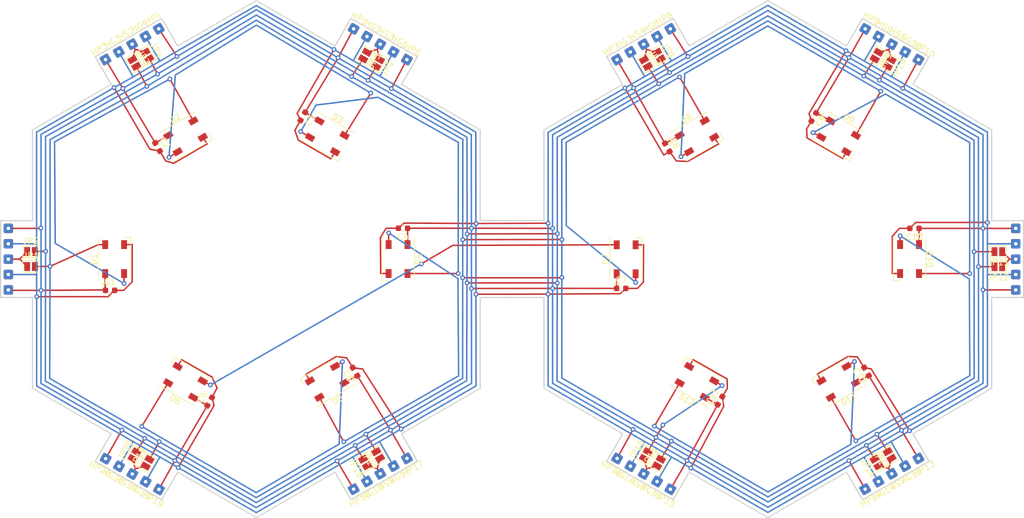
<source format=kicad_pcb>
(kicad_pcb (version 20171130) (host pcbnew "(5.1.9)-1")
  (layers (0 F.Cu signal) (31 B.Cu signal) (34 B.Paste user hide) (35 F.Paste user hide) (36 B.SilkS user hide) (37 F.SilkS user hide) (38 B.Mask user hide) (39 F.Mask user hide) (44 Edge.Cuts user))
  (net 0 "")
  (net 1 GND)
  (net 2 +5V)
  (net 3 "Net-(D1-Pad2)")
  (net 4 "Net-(D1-Pad4)")
  (net 5 "Net-(D2-Pad2)")
  (net 6 "Net-(D3-Pad2)")
  (net 7 "Net-(D4-Pad2)")
  (net 8 "Net-(D5-Pad2)")
  (net 9 "Net-(D6-Pad2)")
  (net 10 "Net-(HS1-Pad1)")
  (net 11 "Net-(HS2-Pad1)")
  (net 12 "Net-(HS3-Pad1)")
  (net 13 "Net-(HS4-Pad1)")
  (net 14 "Net-(HS5-Pad1)")
  (net 15 "Net-(HS6-Pad1)")
  (net 16 "Net-(D7-Pad2)")
  (net 17 "Net-(D8-Pad2)")
  (net 18 "Net-(D10-Pad4)")
  (net 19 "Net-(D10-Pad2)")
  (net 20 "Net-(D11-Pad2)")
  (net 21 "Net-(D12-Pad2)")
  (net 22 "Net-(HS7-Pad1)")
  (net 23 "Net-(HS8-Pad1)")
  (net 24 "Net-(HS9-Pad1)")
  (net 25 "Net-(HS10-Pad1)")
  (module Jumper:SolderJumper-2_P1.3mm_Open_Pad1.0x1.5mm (layer F.Cu) (at 83.76834 130.908296 60)
    (fp_text reference JP20 (at 0 -1.8 60) (layer F.SilkS))
    (fp_text value SolderJumper_2_Open)
    (pad 1 smd rect (at -0.65 0 60) (size 1 1.5) (layers F.Cu F.Mask) (net 25 "Net-(HS10-Pad1)"))
    (pad 2 smd rect (at 0.65 0 60) (size 1 1.5) (layers F.Cu F.Mask) (net 21 "Net-(D12-Pad2)"))
  )
  (module Connector_Wire:SolderWire-0.1sqmm_1x01_D0.4mm_OD1mm (layer F.Cu) (at 87.904387 136.698452 150)
    (fp_text reference HP19 (at 0 -2 150) (layer F.SilkS))
    (fp_text value MountingHole_Pad)
    (pad 1 thru_hole roundrect (at 0 0 150) (size 1.6 1.6) (drill 0.6) (layers *.Cu *.Mask) (roundrect_rratio 0.15625) (net 2 +5V))
  )
  (module Jumper:SolderJumper-2_P1.3mm_Open_Pad1.0x1.5mm (layer F.Cu) (at 122.811009 132.138522 120)
    (fp_text reference JP18 (at 0 -1.8 120) (layer F.SilkS))
    (fp_text value SolderJumper_2_Open)
    (pad 2 smd rect (at 0.65 0 120) (size 1 1.5) (layers F.Cu F.Mask) (net 21 "Net-(D12-Pad2)"))
    (pad 1 smd rect (at -0.65 0 120) (size 1 1.5) (layers F.Cu F.Mask) (net 24 "Net-(HS9-Pad1)"))
  )
  (module Connector_Wire:SolderWire-0.1sqmm_1x01_D0.4mm_OD1mm (layer F.Cu) (at 85.64969 135.396702 150)
    (fp_text reference HG19 (at 0 -2 150) (layer F.SilkS))
    (fp_text value MountingHole_Pad)
    (pad 1 thru_hole roundrect (at 0 0 150) (size 1.6 1.6) (drill 0.6) (layers *.Cu *.Mask) (roundrect_rratio 0.15625) (net 1 GND))
  )
  (module Connector_Wire:SolderWire-0.1sqmm_1x01_D0.4mm_OD1mm (layer F.Cu) (at 81.140296 132.793203 150)
    (fp_text reference HG20 (at 0 -2 150) (layer F.SilkS))
    (fp_text value MountingHole_Pad)
    (pad 1 thru_hole roundrect (at 0 0 150) (size 1.6 1.6) (drill 0.6) (layers *.Cu *.Mask) (roundrect_rratio 0.15625) (net 1 GND))
  )
  (module Connector_Wire:SolderWire-0.1sqmm_1x01_D0.4mm_OD1mm (layer F.Cu) (at 78.885598 131.491453 150)
    (fp_text reference HP20 (at 0 -2 150) (layer F.SilkS))
    (fp_text value MountingHole_Pad)
    (pad 1 thru_hole roundrect (at 0 0 150) (size 1.6 1.6) (drill 0.6) (layers *.Cu *.Mask) (roundrect_rratio 0.15625) (net 2 +5V))
  )
  (module Connector_Wire:SolderWire-0.1sqmm_1x01_D0.4mm_OD1mm (layer F.Cu) (at 127.638758 132.753431 210)
    (fp_text reference HG17 (at 0 -2 30) (layer F.SilkS))
    (fp_text value MountingHole_Pad)
    (pad 1 thru_hole roundrect (at 0 0 210) (size 1.6 1.6) (drill 0.6) (layers *.Cu *.Mask) (roundrect_rratio 0.15625) (net 1 GND))
  )
  (module Connector_Wire:SolderWire-0.1sqmm_1x01_D0.4mm_OD1mm (layer F.Cu) (at 123.129364 135.356932 210)
    (fp_text reference HG18 (at 0 -2 30) (layer F.SilkS))
    (fp_text value MountingHole_Pad)
    (pad 1 thru_hole roundrect (at 0 0 210) (size 1.6 1.6) (drill 0.6) (layers *.Cu *.Mask) (roundrect_rratio 0.15625) (net 1 GND))
  )
  (module Connector_Wire:SolderWire-0.1sqmm_1x01_D0.4mm_OD1mm (layer F.Cu) (at 83.394993 134.094953 150)
    (fp_text reference HS10 (at 0 -2 150) (layer F.SilkS))
    (fp_text value MountingHole_Pad)
    (pad 1 thru_hole roundrect (at 0 0 150) (size 1.6 1.6) (drill 0.6) (layers *.Cu *.Mask) (roundrect_rratio 0.15625) (net 25 "Net-(HS10-Pad1)"))
  )
  (module Connector_Wire:SolderWire-0.1sqmm_1x01_D0.4mm_OD1mm (layer F.Cu) (at 129.893455 131.45168 210)
    (fp_text reference HP17 (at 0 -2 30) (layer F.SilkS))
    (fp_text value MountingHole_Pad)
    (pad 1 thru_hole roundrect (at 0 0 210) (size 1.6 1.6) (drill 0.6) (layers *.Cu *.Mask) (roundrect_rratio 0.15625) (net 2 +5V))
  )
  (module Connector_Wire:SolderWire-0.1sqmm_1x01_D0.4mm_OD1mm (layer F.Cu) (at 120.874667 136.658682 210)
    (fp_text reference HP18 (at 0 -2 30) (layer F.SilkS))
    (fp_text value MountingHole_Pad)
    (pad 1 thru_hole roundrect (at 0 0 210) (size 1.6 1.6) (drill 0.6) (layers *.Cu *.Mask) (roundrect_rratio 0.15625) (net 2 +5V))
  )
  (module Jumper:SolderJumper-2_P1.3mm_Open_Pad1.0x1.5mm (layer F.Cu) (at 85.968044 132.178295 60)
    (fp_text reference JP19 (at 0 -1.8 60) (layer F.SilkS))
    (fp_text value SolderJumper_2_Open)
    (pad 1 smd rect (at -0.65 0 60) (size 1 1.5) (layers F.Cu F.Mask) (net 25 "Net-(HS10-Pad1)"))
    (pad 2 smd rect (at 0.65 0 60) (size 1 1.5) (layers F.Cu F.Mask) (net 4 "Net-(D1-Pad4)"))
  )
  (module Connector_Wire:SolderWire-0.1sqmm_1x01_D0.4mm_OD1mm (layer F.Cu) (at 125.384061 134.055182 210)
    (fp_text reference HS9 (at 0 -2 30) (layer F.SilkS))
    (fp_text value MountingHole_Pad)
    (pad 1 thru_hole roundrect (at 0 0 210) (size 1.6 1.6) (drill 0.6) (layers *.Cu *.Mask) (roundrect_rratio 0.15625) (net 24 "Net-(HS9-Pad1)"))
  )
  (module Jumper:SolderJumper-2_P1.3mm_Open_Pad1.0x1.5mm (layer F.Cu) (at 125.010714 130.868524 120)
    (fp_text reference JP17 (at 0 -1.8 120) (layer F.SilkS))
    (fp_text value SolderJumper_2_Open)
    (pad 2 smd rect (at 0.65 0 120) (size 1 1.5) (layers F.Cu F.Mask) (net 4 "Net-(D1-Pad4)"))
    (pad 1 smd rect (at -0.65 0 120) (size 1 1.5) (layers F.Cu F.Mask) (net 24 "Net-(HS9-Pad1)"))
  )
  (module Jumper:SolderJumper-2_P1.3mm_Open_Pad1.0x1.5mm (layer F.Cu) (at 170.363114 130.88314 60)
    (fp_text reference JP16 (at 0 -1.8 60) (layer F.SilkS))
    (fp_text value SolderJumper_2_Open)
    (pad 2 smd rect (at 0.65 0 60) (size 1 1.5) (layers F.Cu F.Mask) (net 21 "Net-(D12-Pad2)"))
    (pad 1 smd rect (at -0.65 0 60) (size 1 1.5) (layers F.Cu F.Mask) (net 23 "Net-(HS8-Pad1)"))
  )
  (module Connector_Wire:SolderWire-0.1sqmm_1x01_D0.4mm_OD1mm (layer F.Cu) (at 172.244464 135.371547 150)
    (fp_text reference HG15 (at 0 -2 150) (layer F.SilkS))
    (fp_text value MountingHole_Pad)
    (pad 1 thru_hole roundrect (at 0 0 150) (size 1.6 1.6) (drill 0.6) (layers *.Cu *.Mask) (roundrect_rratio 0.15625) (net 1 GND))
  )
  (module Connector_Wire:SolderWire-0.1sqmm_1x01_D0.4mm_OD1mm (layer F.Cu) (at 167.735069 132.768047 150)
    (fp_text reference HG16 (at 0 -2 150) (layer F.SilkS))
    (fp_text value MountingHole_Pad)
    (pad 1 thru_hole roundrect (at 0 0 150) (size 1.6 1.6) (drill 0.6) (layers *.Cu *.Mask) (roundrect_rratio 0.15625) (net 1 GND))
  )
  (module Connector_Wire:SolderWire-0.1sqmm_1x01_D0.4mm_OD1mm (layer F.Cu) (at 174.49916 136.673296 150)
    (fp_text reference HP15 (at 0 -2 150) (layer F.SilkS))
    (fp_text value MountingHole_Pad)
    (pad 1 thru_hole roundrect (at 0 0 150) (size 1.6 1.6) (drill 0.6) (layers *.Cu *.Mask) (roundrect_rratio 0.15625) (net 2 +5V))
  )
  (module Connector_Wire:SolderWire-0.1sqmm_1x01_D0.4mm_OD1mm (layer F.Cu) (at 165.480372 131.466297 150)
    (fp_text reference HP16 (at 0 -2 150) (layer F.SilkS))
    (fp_text value MountingHole_Pad)
    (pad 1 thru_hole roundrect (at 0 0 150) (size 1.6 1.6) (drill 0.6) (layers *.Cu *.Mask) (roundrect_rratio 0.15625) (net 2 +5V))
  )
  (module Connector_Wire:SolderWire-0.1sqmm_1x01_D0.4mm_OD1mm (layer F.Cu) (at 169.989766 134.069797 150)
    (fp_text reference HS8 (at 0 -2 150) (layer F.SilkS))
    (fp_text value MountingHole_Pad)
    (pad 1 thru_hole roundrect (at 0 0 150) (size 1.6 1.6) (drill 0.6) (layers *.Cu *.Mask) (roundrect_rratio 0.15625) (net 23 "Net-(HS8-Pad1)"))
  )
  (module Jumper:SolderJumper-2_P1.3mm_Open_Pad1.0x1.5mm (layer F.Cu) (at 172.562817 132.15314 60)
    (fp_text reference JP15 (at 0 -1.8 60) (layer F.SilkS))
    (fp_text value SolderJumper_2_Open)
    (pad 2 smd rect (at 0.65 0 60) (size 1 1.5) (layers F.Cu F.Mask) (net 4 "Net-(D1-Pad4)"))
    (pad 1 smd rect (at -0.65 0 60) (size 1 1.5) (layers F.Cu F.Mask) (net 23 "Net-(HS8-Pad1)"))
  )
  (module Connector_Wire:SolderWire-0.1sqmm_1x01_D0.4mm_OD1mm (layer F.Cu) (at 214.243923 132.75537 210)
    (fp_text reference HG13 (at 0 -2 30) (layer F.SilkS))
    (fp_text value MountingHole_Pad)
    (pad 1 thru_hole roundrect (at 0 0 210) (size 1.6 1.6) (drill 0.6) (layers *.Cu *.Mask) (roundrect_rratio 0.15625) (net 1 GND))
  )
  (module Connector_Wire:SolderWire-0.1sqmm_1x01_D0.4mm_OD1mm (layer F.Cu) (at 216.49862 131.45362 210)
    (fp_text reference HP13 (at 0 -2 30) (layer F.SilkS))
    (fp_text value MountingHole_Pad)
    (pad 1 thru_hole roundrect (at 0 0 210) (size 1.6 1.6) (drill 0.6) (layers *.Cu *.Mask) (roundrect_rratio 0.15625) (net 2 +5V))
  )
  (module Connector_Wire:SolderWire-0.1sqmm_1x01_D0.4mm_OD1mm (layer F.Cu) (at 209.73453 135.35887 210)
    (fp_text reference HG14 (at 0 -2 30) (layer F.SilkS))
    (fp_text value MountingHole_Pad)
    (pad 1 thru_hole roundrect (at 0 0 210) (size 1.6 1.6) (drill 0.6) (layers *.Cu *.Mask) (roundrect_rratio 0.15625) (net 1 GND))
  )
  (module Connector_Wire:SolderWire-0.1sqmm_1x01_D0.4mm_OD1mm (layer F.Cu) (at 207.479832 136.660621 210)
    (fp_text reference HP14 (at 0 -2 30) (layer F.SilkS))
    (fp_text value MountingHole_Pad)
    (pad 1 thru_hole roundrect (at 0 0 210) (size 1.6 1.6) (drill 0.6) (layers *.Cu *.Mask) (roundrect_rratio 0.15625) (net 2 +5V))
  )
  (module Jumper:SolderJumper-2_P1.3mm_Open_Pad1.0x1.5mm (layer F.Cu) (at 209.416175 132.140464 120)
    (fp_text reference JP14 (at 0 -1.8 120) (layer F.SilkS))
    (fp_text value SolderJumper_2_Open)
    (pad 1 smd rect (at -0.65 0 120) (size 1 1.5) (layers F.Cu F.Mask) (net 22 "Net-(HS7-Pad1)"))
    (pad 2 smd rect (at 0.65 0 120) (size 1 1.5) (layers F.Cu F.Mask) (net 21 "Net-(D12-Pad2)"))
  )
  (module Connector_Wire:SolderWire-0.1sqmm_1x01_D0.4mm_OD1mm (layer F.Cu) (at 211.989227 134.057121 210)
    (fp_text reference HS7 (at 0 -2 30) (layer F.SilkS))
    (fp_text value MountingHole_Pad)
    (pad 1 thru_hole roundrect (at 0 0 210) (size 1.6 1.6) (drill 0.6) (layers *.Cu *.Mask) (roundrect_rratio 0.15625) (net 22 "Net-(HS7-Pad1)"))
  )
  (module Jumper:SolderJumper-2_P1.3mm_Open_Pad1.0x1.5mm (layer F.Cu) (at 211.615878 130.870464 120)
    (fp_text reference JP13 (at 0 -1.8 120) (layer F.SilkS))
    (fp_text value SolderJumper_2_Open)
    (pad 1 smd rect (at -0.65 0 120) (size 1 1.5) (layers F.Cu F.Mask) (net 22 "Net-(HS7-Pad1)"))
    (pad 2 smd rect (at 0.65 0 120) (size 1 1.5) (layers F.Cu F.Mask) (net 4 "Net-(D1-Pad4)"))
  )
  (module Capacitor_SMD:C_0603_1608Metric (layer F.Cu) (at 166.1795 102.6668)
    (fp_text reference C7 (at 0 -1.43) (layer F.SilkS))
    (fp_text value C)
    (pad 2 smd roundrect (at 0.775 0) (size 0.9 0.95) (layers F.Cu F.Paste F.Mask) (net 1 GND))
    (pad 1 smd roundrect (at -0.775 0) (size 0.9 0.95) (layers F.Cu F.Paste F.Mask) (net 2 +5V))
  )
  (module Connector_Wire:SolderWire-0.1sqmm_1x01_D0.4mm_OD1mm (layer F.Cu) (at 169.976801 61.329343 30)
    (fp_text reference HS4 (at 0 -2 30) (layer F.SilkS))
    (fp_text value MountingHole_Pad)
    (pad 1 thru_hole roundrect (at 0 0 30) (size 1.6 1.6) (drill 0.6) (layers *.Cu *.Mask) (roundrect_rratio 0.15625) (net 13 "Net-(HS4-Pad1)"))
  )
  (module Jumper:SolderJumper-2_P1.3mm_Open_Pad1.0x1.5mm (layer F.Cu) (at 172.549853 63.246 300)
    (fp_text reference JP8 (at 0 -1.8 120) (layer F.SilkS))
    (fp_text value SolderJumper_2_Open)
    (pad 1 smd rect (at -0.65 0 300) (size 1 1.5) (layers F.Cu F.Mask) (net 13 "Net-(HS4-Pad1)"))
    (pad 2 smd rect (at 0.65 0 300) (size 1 1.5) (layers F.Cu F.Mask) (net 21 "Net-(D12-Pad2)"))
  )
  (module Jumper:SolderJumper-2_P1.3mm_Open_Pad1.0x1.5mm (layer F.Cu) (at 170.350148 64.516 300)
    (fp_text reference JP7 (at 0 -1.8 120) (layer F.SilkS))
    (fp_text value SolderJumper_2_Open)
    (pad 1 smd rect (at -0.65 0 300) (size 1 1.5) (layers F.Cu F.Mask) (net 13 "Net-(HS4-Pad1)"))
    (pad 2 smd rect (at 0.65 0 300) (size 1 1.5) (layers F.Cu F.Mask) (net 4 "Net-(D1-Pad4)"))
  )
  (module Connector_Wire:SolderWire-0.1sqmm_1x01_D0.4mm_OD1mm (layer F.Cu) (at 165.467406 63.932843 30)
    (fp_text reference HP7 (at 0 -2 30) (layer F.SilkS))
    (fp_text value MountingHole_Pad)
    (pad 1 thru_hole roundrect (at 0 0 30) (size 1.6 1.6) (drill 0.6) (layers *.Cu *.Mask) (roundrect_rratio 0.15625) (net 2 +5V))
  )
  (module Connector_Wire:SolderWire-0.1sqmm_1x01_D0.4mm_OD1mm (layer F.Cu) (at 167.722103 62.631093 30)
    (fp_text reference HG7 (at 0 -2 30) (layer F.SilkS))
    (fp_text value MountingHole_Pad)
    (pad 1 thru_hole roundrect (at 0 0 30) (size 1.6 1.6) (drill 0.6) (layers *.Cu *.Mask) (roundrect_rratio 0.15625) (net 1 GND))
  )
  (module Connector_Wire:SolderWire-0.1sqmm_1x01_D0.4mm_OD1mm (layer F.Cu) (at 174.486195 58.725843 30)
    (fp_text reference HP8 (at 0 -2 30) (layer F.SilkS))
    (fp_text value MountingHole_Pad)
    (pad 1 thru_hole roundrect (at 0 0 30) (size 1.6 1.6) (drill 0.6) (layers *.Cu *.Mask) (roundrect_rratio 0.15625) (net 2 +5V))
  )
  (module Connector_Wire:SolderWire-0.1sqmm_1x01_D0.4mm_OD1mm (layer F.Cu) (at 172.231498 60.027593 30)
    (fp_text reference HG8 (at 0 -2 30) (layer F.SilkS))
    (fp_text value MountingHole_Pad)
    (pad 1 thru_hole roundrect (at 0 0 30) (size 1.6 1.6) (drill 0.6) (layers *.Cu *.Mask) (roundrect_rratio 0.15625) (net 1 GND))
  )
  (module LED_SMD:LED_WS2812B_PLCC4_5.0x5.0mm_P3.2mm (layer F.Cu) (at 178.99847 118.491762 150)
    (fp_text reference D12 (at 0 -3.5 150) (layer F.SilkS))
    (fp_text value WS2812B)
    (fp_text user 1 (at -4.15 -1.6 150) (layer F.SilkS))
    (pad 1 smd rect (at -2.45 -1.6 150) (size 1.5 1) (layers F.Cu F.Paste F.Mask) (net 2 +5V))
    (pad 2 smd rect (at -2.45 1.6 150) (size 1.5 1) (layers F.Cu F.Paste F.Mask) (net 21 "Net-(D12-Pad2)"))
    (pad 4 smd rect (at 2.45 -1.6 150) (size 1.5 1) (layers F.Cu F.Paste F.Mask) (net 20 "Net-(D11-Pad2)"))
    (pad 3 smd rect (at 2.45 1.6 150) (size 1.5 1) (layers F.Cu F.Paste F.Mask) (net 1 GND))
  )
  (module LED_SMD:LED_WS2812B_PLCC4_5.0x5.0mm_P3.2mm (layer F.Cu) (at 202.99827 118.48089 210)
    (fp_text reference D11 (at 0 -3.5 30) (layer F.SilkS))
    (fp_text value WS2812B)
    (fp_text user 1 (at -4.15 -1.6 30) (layer F.SilkS))
    (pad 1 smd rect (at -2.45 -1.6 210) (size 1.5 1) (layers F.Cu F.Paste F.Mask) (net 2 +5V))
    (pad 2 smd rect (at -2.45 1.6 210) (size 1.5 1) (layers F.Cu F.Paste F.Mask) (net 20 "Net-(D11-Pad2)"))
    (pad 4 smd rect (at 2.45 -1.6 210) (size 1.5 1) (layers F.Cu F.Paste F.Mask) (net 19 "Net-(D10-Pad2)"))
    (pad 3 smd rect (at 2.45 1.6 210) (size 1.5 1) (layers F.Cu F.Paste F.Mask) (net 1 GND))
  )
  (module LED_SMD:LED_WS2812B_PLCC4_5.0x5.0mm_P3.2mm (layer F.Cu) (at 214.997511 97.695841 270)
    (fp_text reference D10 (at 0 -3.5 90) (layer F.SilkS))
    (fp_text value WS2812B)
    (fp_text user 1 (at -4.15 -1.6 90) (layer F.SilkS))
    (pad 1 smd rect (at -2.45 -1.6 270) (size 1.5 1) (layers F.Cu F.Paste F.Mask) (net 2 +5V))
    (pad 2 smd rect (at -2.45 1.6 270) (size 1.5 1) (layers F.Cu F.Paste F.Mask) (net 19 "Net-(D10-Pad2)"))
    (pad 4 smd rect (at 2.45 -1.6 270) (size 1.5 1) (layers F.Cu F.Paste F.Mask) (net 18 "Net-(D10-Pad4)"))
    (pad 3 smd rect (at 2.45 1.6 270) (size 1.5 1) (layers F.Cu F.Paste F.Mask) (net 1 GND))
  )
  (module LED_SMD:LED_WS2812B_PLCC4_5.0x5.0mm_P3.2mm (layer F.Cu) (at 202.983692 76.912252 330)
    (fp_text reference D9 (at 0 -3.5 150) (layer F.SilkS))
    (fp_text value WS2812B)
    (fp_text user 1 (at -4.15 -1.6 150) (layer F.SilkS))
    (pad 1 smd rect (at -2.45 -1.6 330) (size 1.5 1) (layers F.Cu F.Paste F.Mask) (net 2 +5V))
    (pad 2 smd rect (at -2.45 1.6 330) (size 1.5 1) (layers F.Cu F.Paste F.Mask) (net 18 "Net-(D10-Pad4)"))
    (pad 4 smd rect (at 2.45 -1.6 330) (size 1.5 1) (layers F.Cu F.Paste F.Mask) (net 17 "Net-(D8-Pad2)"))
    (pad 3 smd rect (at 2.45 1.6 330) (size 1.5 1) (layers F.Cu F.Paste F.Mask) (net 1 GND))
  )
  (module LED_SMD:LED_WS2812B_PLCC4_5.0x5.0mm_P3.2mm (layer F.Cu) (at 178.995707 76.90319 30)
    (fp_text reference D8 (at 0 -3.5 30) (layer F.SilkS))
    (fp_text value WS2812B)
    (fp_text user 1 (at -4.15 -1.6 30) (layer F.SilkS))
    (pad 1 smd rect (at -2.45 -1.6 30) (size 1.5 1) (layers F.Cu F.Paste F.Mask) (net 2 +5V))
    (pad 2 smd rect (at -2.45 1.6 30) (size 1.5 1) (layers F.Cu F.Paste F.Mask) (net 17 "Net-(D8-Pad2)"))
    (pad 4 smd rect (at 2.45 -1.6 30) (size 1.5 1) (layers F.Cu F.Paste F.Mask) (net 16 "Net-(D7-Pad2)"))
    (pad 3 smd rect (at 2.45 1.6 30) (size 1.5 1) (layers F.Cu F.Paste F.Mask) (net 1 GND))
  )
  (module LED_SMD:LED_WS2812B_PLCC4_5.0x5.0mm_P3.2mm (layer F.Cu) (at 167.01792 97.732401 90)
    (fp_text reference D7 (at 0 -3.5 90) (layer F.SilkS))
    (fp_text value WS2812B)
    (fp_text user 1 (at -4.15 -1.6 90) (layer F.SilkS))
    (pad 1 smd rect (at -2.45 -1.6 90) (size 1.5 1) (layers F.Cu F.Paste F.Mask) (net 2 +5V))
    (pad 2 smd rect (at -2.45 1.6 90) (size 1.5 1) (layers F.Cu F.Paste F.Mask) (net 16 "Net-(D7-Pad2)"))
    (pad 4 smd rect (at 2.45 -1.6 90) (size 1.5 1) (layers F.Cu F.Paste F.Mask) (net 9 "Net-(D6-Pad2)"))
    (pad 3 smd rect (at 2.45 1.6 90) (size 1.5 1) (layers F.Cu F.Paste F.Mask) (net 1 GND))
  )
  (module Capacitor_SMD:C_0603_1608Metric (layer F.Cu) (at 207.7085 116.7511 120)
    (fp_text reference C12 (at 0 -1.43 120) (layer F.SilkS))
    (fp_text value C)
    (pad 2 smd roundrect (at 0.775 0 120) (size 0.9 0.95) (layers F.Cu F.Paste F.Mask) (net 1 GND))
    (pad 1 smd roundrect (at -0.775 0 120) (size 0.9 0.95) (layers F.Cu F.Paste F.Mask) (net 2 +5V))
  )
  (module Capacitor_SMD:C_0603_1608Metric (layer F.Cu) (at 182.9054 121.666 60)
    (fp_text reference C11 (at 0 -1.43 60) (layer F.SilkS))
    (fp_text value C)
    (pad 2 smd roundrect (at 0.775 0 60) (size 0.9 0.95) (layers F.Cu F.Paste F.Mask) (net 1 GND))
    (pad 1 smd roundrect (at -0.775 0 60) (size 0.9 0.95) (layers F.Cu F.Paste F.Mask) (net 2 +5V))
  )
  (module Capacitor_SMD:C_0603_1608Metric (layer F.Cu) (at 215.8238 92.4941 180)
    (fp_text reference C10 (at 0 -1.43) (layer F.SilkS))
    (fp_text value C)
    (pad 2 smd roundrect (at 0.775 0 180) (size 0.9 0.95) (layers F.Cu F.Paste F.Mask) (net 1 GND))
    (pad 1 smd roundrect (at -0.775 0 180) (size 0.9 0.95) (layers F.Cu F.Paste F.Mask) (net 2 +5V))
  )
  (module Capacitor_SMD:C_0603_1608Metric (layer F.Cu) (at 198.7804 73.6473 240)
    (fp_text reference C9 (at 0 -1.43 60) (layer F.SilkS))
    (fp_text value C)
    (pad 2 smd roundrect (at 0.775 0 240) (size 0.9 0.95) (layers F.Cu F.Paste F.Mask) (net 1 GND))
    (pad 1 smd roundrect (at -0.775 0 240) (size 0.9 0.95) (layers F.Cu F.Paste F.Mask) (net 2 +5V))
  )
  (module Capacitor_SMD:C_0603_1608Metric (layer F.Cu) (at 173.9773 78.8035 300)
    (fp_text reference C8 (at 0 -1.43 120) (layer F.SilkS))
    (fp_text value C)
    (pad 2 smd roundrect (at 0.775 0 300) (size 0.9 0.95) (layers F.Cu F.Paste F.Mask) (net 1 GND))
    (pad 1 smd roundrect (at -0.775 0 300) (size 0.9 0.95) (layers F.Cu F.Paste F.Mask) (net 2 +5V))
  )
  (module Connector_Wire:SolderWire-0.1sqmm_1x01_D0.4mm_OD1mm (layer F.Cu) (at 232.976348 97.716646 270)
    (fp_text reference HS6 (at 0 -2 90) (layer F.SilkS))
    (fp_text value MountingHole_Pad)
    (pad 1 thru_hole roundrect (at 0 0 270) (size 1.6 1.6) (drill 0.6) (layers *.Cu *.Mask) (roundrect_rratio 0.15625) (net 15 "Net-(HS6-Pad1)"))
  )
  (module Jumper:SolderJumper-2_P1.3mm_Open_Pad1.0x1.5mm (layer F.Cu) (at 230.029948 98.986646 180)
    (fp_text reference JP12 (at 0 -1.8) (layer F.SilkS))
    (fp_text value SolderJumper_2_Open)
    (pad 2 smd rect (at 0.65 0 180) (size 1 1.5) (layers F.Cu F.Mask) (net 21 "Net-(D12-Pad2)"))
    (pad 1 smd rect (at -0.65 0 180) (size 1 1.5) (layers F.Cu F.Mask) (net 15 "Net-(HS6-Pad1)"))
  )
  (module Jumper:SolderJumper-2_P1.3mm_Open_Pad1.0x1.5mm (layer F.Cu) (at 230.029948 96.446647 180)
    (fp_text reference JP11 (at 0 -1.8) (layer F.SilkS))
    (fp_text value SolderJumper_2_Open)
    (pad 2 smd rect (at 0.65 0 180) (size 1 1.5) (layers F.Cu F.Mask) (net 4 "Net-(D1-Pad4)"))
    (pad 1 smd rect (at -0.65 0 180) (size 1 1.5) (layers F.Cu F.Mask) (net 15 "Net-(HS6-Pad1)"))
  )
  (module Connector_Wire:SolderWire-0.1sqmm_1x01_D0.4mm_OD1mm (layer F.Cu) (at 211.997994 61.331118 330)
    (fp_text reference HS5 (at 0 -2 150) (layer F.SilkS))
    (fp_text value MountingHole_Pad)
    (pad 1 thru_hole roundrect (at 0 0 330) (size 1.6 1.6) (drill 0.6) (layers *.Cu *.Mask) (roundrect_rratio 0.15625) (net 14 "Net-(HS5-Pad1)"))
  )
  (module Jumper:SolderJumper-2_P1.3mm_Open_Pad1.0x1.5mm (layer F.Cu) (at 211.624646 64.517776 240)
    (fp_text reference JP10 (at 0 -1.8 60) (layer F.SilkS))
    (fp_text value SolderJumper_2_Open)
    (pad 2 smd rect (at 0.65 0 240) (size 1 1.5) (layers F.Cu F.Mask) (net 21 "Net-(D12-Pad2)"))
    (pad 1 smd rect (at -0.65 0 240) (size 1 1.5) (layers F.Cu F.Mask) (net 14 "Net-(HS5-Pad1)"))
  )
  (module Jumper:SolderJumper-2_P1.3mm_Open_Pad1.0x1.5mm (layer F.Cu) (at 209.424942 63.247776 240)
    (fp_text reference JP9 (at 0 -1.8 60) (layer F.SilkS))
    (fp_text value SolderJumper_2_Open)
    (pad 2 smd rect (at 0.65 0 240) (size 1 1.5) (layers F.Cu F.Mask) (net 4 "Net-(D1-Pad4)"))
    (pad 1 smd rect (at -0.65 0 240) (size 1 1.5) (layers F.Cu F.Mask) (net 14 "Net-(HS5-Pad1)"))
  )
  (module Connector_Wire:SolderWire-0.1sqmm_1x01_D0.4mm_OD1mm (layer F.Cu) (at 125.377782 61.321798 330)
    (fp_text reference HS3 (at 0 -2 150) (layer F.SilkS))
    (fp_text value MountingHole_Pad)
    (pad 1 thru_hole roundrect (at 0 0 330) (size 1.6 1.6) (drill 0.6) (layers *.Cu *.Mask) (roundrect_rratio 0.15625) (net 12 "Net-(HS3-Pad1)"))
  )
  (module Jumper:SolderJumper-2_P1.3mm_Open_Pad1.0x1.5mm (layer F.Cu) (at 125.004434 64.508455 240)
    (fp_text reference JP6 (at 0 -1.8 60) (layer F.SilkS))
    (fp_text value SolderJumper_2_Open)
    (pad 2 smd rect (at 0.65 0 240) (size 1 1.5) (layers F.Cu F.Mask) (net 21 "Net-(D12-Pad2)"))
    (pad 1 smd rect (at -0.65 0 240) (size 1 1.5) (layers F.Cu F.Mask) (net 12 "Net-(HS3-Pad1)"))
  )
  (module Jumper:SolderJumper-2_P1.3mm_Open_Pad1.0x1.5mm (layer F.Cu) (at 122.80473 63.238455 240)
    (fp_text reference JP5 (at 0 -1.8 60) (layer F.SilkS))
    (fp_text value SolderJumper_2_Open)
    (pad 2 smd rect (at 0.65 0 240) (size 1 1.5) (layers F.Cu F.Mask) (net 4 "Net-(D1-Pad4)"))
    (pad 1 smd rect (at -0.65 0 240) (size 1 1.5) (layers F.Cu F.Mask) (net 12 "Net-(HS3-Pad1)"))
  )
  (module Connector_Wire:SolderWire-0.1sqmm_1x01_D0.4mm_OD1mm (layer F.Cu) (at 83.364466 61.309098 30)
    (fp_text reference HS2 (at 0 -2 30) (layer F.SilkS))
    (fp_text value MountingHole_Pad)
    (pad 1 thru_hole roundrect (at 0 0 30) (size 1.6 1.6) (drill 0.6) (layers *.Cu *.Mask) (roundrect_rratio 0.15625) (net 11 "Net-(HS2-Pad1)"))
  )
  (module Jumper:SolderJumper-2_P1.3mm_Open_Pad1.0x1.5mm (layer F.Cu) (at 85.937518 63.225755 300)
    (fp_text reference JP4 (at 0 -1.8 120) (layer F.SilkS))
    (fp_text value SolderJumper_2_Open)
    (pad 2 smd rect (at 0.65 0 300) (size 1 1.5) (layers F.Cu F.Mask) (net 21 "Net-(D12-Pad2)"))
    (pad 1 smd rect (at -0.65 0 300) (size 1 1.5) (layers F.Cu F.Mask) (net 11 "Net-(HS2-Pad1)"))
  )
  (module Jumper:SolderJumper-2_P1.3mm_Open_Pad1.0x1.5mm (layer F.Cu) (at 83.737814 64.495755 300)
    (fp_text reference JP3 (at 0 -1.8 120) (layer F.SilkS))
    (fp_text value SolderJumper_2_Open)
    (pad 2 smd rect (at 0.65 0 300) (size 1 1.5) (layers F.Cu F.Mask) (net 4 "Net-(D1-Pad4)"))
    (pad 1 smd rect (at -0.65 0 300) (size 1 1.5) (layers F.Cu F.Mask) (net 11 "Net-(HS2-Pad1)"))
  )
  (module LED_SMD:LED_WS2812B_PLCC4_5.0x5.0mm_P3.2mm (layer F.Cu) (at 92.38931 118.494891 150)
    (fp_text reference D6 (at 0 -3.5 150) (layer F.SilkS))
    (fp_text value WS2812B)
    (pad 3 smd rect (at 2.45 1.6 150) (size 1.5 1) (layers F.Cu F.Paste F.Mask) (net 1 GND))
    (pad 4 smd rect (at 2.45 -1.6 150) (size 1.5 1) (layers F.Cu F.Paste F.Mask) (net 8 "Net-(D5-Pad2)"))
    (pad 2 smd rect (at -2.45 1.6 150) (size 1.5 1) (layers F.Cu F.Paste F.Mask) (net 9 "Net-(D6-Pad2)"))
    (pad 1 smd rect (at -2.45 -1.6 150) (size 1.5 1) (layers F.Cu F.Paste F.Mask) (net 2 +5V))
  )
  (module LED_SMD:LED_WS2812B_PLCC4_5.0x5.0mm_P3.2mm (layer F.Cu) (at 80.4035 97.7022 90)
    (fp_text reference D1 (at 0 -3.5 90) (layer F.SilkS))
    (fp_text value WS2812B)
    (fp_text user 1 (at -4.15 -1.6 90) (layer F.SilkS))
    (pad 1 smd rect (at -2.45 -1.6 90) (size 1.5 1) (layers F.Cu F.Paste F.Mask) (net 2 +5V))
    (pad 2 smd rect (at -2.45 1.6 90) (size 1.5 1) (layers F.Cu F.Paste F.Mask) (net 3 "Net-(D1-Pad2)"))
    (pad 4 smd rect (at 2.45 -1.6 90) (size 1.5 1) (layers F.Cu F.Paste F.Mask) (net 4 "Net-(D1-Pad4)"))
    (pad 3 smd rect (at 2.45 1.6 90) (size 1.5 1) (layers F.Cu F.Paste F.Mask) (net 1 GND))
  )
  (module Capacitor_SMD:C_0603_1608Metric (layer F.Cu) (at 79.629 102.997)
    (fp_text reference C1 (at 0 -1.43) (layer F.SilkS))
    (fp_text value C)
    (pad 2 smd roundrect (at 0.775 0) (size 0.9 0.95) (layers F.Cu F.Paste F.Mask) (net 1 GND))
    (pad 1 smd roundrect (at -0.775 0) (size 0.9 0.95) (layers F.Cu F.Paste F.Mask) (net 2 +5V))
  )
  (module LED_SMD:LED_WS2812B_PLCC4_5.0x5.0mm_P3.2mm (layer F.Cu) (at 92.4052 76.9239 30)
    (fp_text reference D2 (at 0 -3.5 30) (layer F.SilkS))
    (fp_text value WS2812B)
    (pad 3 smd rect (at 2.45 1.6 30) (size 1.5 1) (layers F.Cu F.Paste F.Mask) (net 1 GND))
    (pad 4 smd rect (at 2.45 -1.6 30) (size 1.5 1) (layers F.Cu F.Paste F.Mask) (net 3 "Net-(D1-Pad2)"))
    (pad 2 smd rect (at -2.45 1.6 30) (size 1.5 1) (layers F.Cu F.Paste F.Mask) (net 5 "Net-(D2-Pad2)"))
    (pad 1 smd rect (at -2.45 -1.6 30) (size 1.5 1) (layers F.Cu F.Paste F.Mask) (net 2 +5V))
  )
  (module Connector_Wire:SolderWire-0.1sqmm_1x01_D0.4mm_OD1mm (layer F.Cu) (at 232.976348 102.923646 270)
    (fp_text reference HP12 (at 0 -2 90) (layer F.SilkS))
    (fp_text value MountingHole_Pad)
    (pad 1 thru_hole roundrect (at 0 0 270) (size 1.6 1.6) (drill 0.6) (layers *.Cu *.Mask) (roundrect_rratio 0.15625) (net 2 +5V))
  )
  (module Connector_Wire:SolderWire-0.1sqmm_1x01_D0.4mm_OD1mm (layer F.Cu) (at 232.976348 100.320146 270)
    (fp_text reference HG12 (at 0 -2 90) (layer F.SilkS))
    (fp_text value MountingHole_Pad)
    (pad 1 thru_hole roundrect (at 0 0 270) (size 1.6 1.6) (drill 0.6) (layers *.Cu *.Mask) (roundrect_rratio 0.15625) (net 1 GND))
  )
  (module Connector_Wire:SolderWire-0.1sqmm_1x01_D0.4mm_OD1mm (layer F.Cu) (at 232.976347 92.509647 270)
    (fp_text reference HP11 (at 0 -2 90) (layer F.SilkS))
    (fp_text value MountingHole_Pad)
    (pad 1 thru_hole roundrect (at 0 0 270) (size 1.6 1.6) (drill 0.6) (layers *.Cu *.Mask) (roundrect_rratio 0.15625) (net 2 +5V))
  )
  (module Connector_Wire:SolderWire-0.1sqmm_1x01_D0.4mm_OD1mm (layer F.Cu) (at 232.976347 95.113146 270)
    (fp_text reference HG11 (at 0 -2 90) (layer F.SilkS))
    (fp_text value MountingHole_Pad)
    (pad 1 thru_hole roundrect (at 0 0 270) (size 1.6 1.6) (drill 0.6) (layers *.Cu *.Mask) (roundrect_rratio 0.15625) (net 1 GND))
  )
  (module Capacitor_SMD:C_0603_1608Metric (layer F.Cu) (at 96.48975 121.82992 60)
    (fp_text reference C6 (at 0 -1.43 60) (layer F.SilkS))
    (fp_text value C)
    (pad 1 smd roundrect (at -0.775 0 60) (size 0.9 0.95) (layers F.Cu F.Paste F.Mask) (net 2 +5V))
    (pad 2 smd roundrect (at 0.775 0 60) (size 0.9 0.95) (layers F.Cu F.Paste F.Mask) (net 1 GND))
  )
  (module Connector_Wire:SolderWire-0.1sqmm_1x01_D0.4mm_OD1mm (layer F.Cu) (at 216.507389 63.934618 330)
    (fp_text reference HP10 (at 0 -2 150) (layer F.SilkS))
    (fp_text value MountingHole_Pad)
    (pad 1 thru_hole roundrect (at 0 0 330) (size 1.6 1.6) (drill 0.6) (layers *.Cu *.Mask) (roundrect_rratio 0.15625) (net 2 +5V))
  )
  (module Connector_Wire:SolderWire-0.1sqmm_1x01_D0.4mm_OD1mm (layer F.Cu) (at 214.252691 62.632868 330)
    (fp_text reference HG10 (at 0 -2 150) (layer F.SilkS))
    (fp_text value MountingHole_Pad)
    (pad 1 thru_hole roundrect (at 0 0 330) (size 1.6 1.6) (drill 0.6) (layers *.Cu *.Mask) (roundrect_rratio 0.15625) (net 1 GND))
  )
  (module Connector_Wire:SolderWire-0.1sqmm_1x01_D0.4mm_OD1mm (layer F.Cu) (at 207.4886 58.727618 330)
    (fp_text reference HP9 (at 0 -2 150) (layer F.SilkS))
    (fp_text value MountingHole_Pad)
    (pad 1 thru_hole roundrect (at 0 0 330) (size 1.6 1.6) (drill 0.6) (layers *.Cu *.Mask) (roundrect_rratio 0.15625) (net 2 +5V))
  )
  (module Connector_Wire:SolderWire-0.1sqmm_1x01_D0.4mm_OD1mm (layer F.Cu) (at 209.743297 60.029368 330)
    (fp_text reference HG9 (at 0 -2 150) (layer F.SilkS))
    (fp_text value MountingHole_Pad)
    (pad 1 thru_hole roundrect (at 0 0 330) (size 1.6 1.6) (drill 0.6) (layers *.Cu *.Mask) (roundrect_rratio 0.15625) (net 1 GND))
  )
  (module Capacitor_SMD:C_0603_1608Metric (layer F.Cu) (at 121.1134 116.76573 120)
    (fp_text reference C5 (at 0 -1.43 120) (layer F.SilkS))
    (fp_text value C)
    (pad 1 smd roundrect (at -0.775 0 120) (size 0.9 0.95) (layers F.Cu F.Paste F.Mask) (net 2 +5V))
    (pad 2 smd roundrect (at 0.775 0 120) (size 0.9 0.95) (layers F.Cu F.Paste F.Mask) (net 1 GND))
  )
  (module LED_SMD:LED_WS2812B_PLCC4_5.0x5.0mm_P3.2mm (layer F.Cu) (at 116.385587 118.488042 210)
    (fp_text reference D5 (at 0 -3.5 30) (layer F.SilkS))
    (fp_text value WS2812B)
    (fp_text user 1 (at -4.15 -1.6 30) (layer F.SilkS))
    (pad 3 smd rect (at 2.45 1.6 210) (size 1.5 1) (layers F.Cu F.Paste F.Mask) (net 1 GND))
    (pad 4 smd rect (at 2.45 -1.6 210) (size 1.5 1) (layers F.Cu F.Paste F.Mask) (net 7 "Net-(D4-Pad2)"))
    (pad 2 smd rect (at -2.45 1.6 210) (size 1.5 1) (layers F.Cu F.Paste F.Mask) (net 8 "Net-(D5-Pad2)"))
    (pad 1 smd rect (at -2.45 -1.6 210) (size 1.5 1) (layers F.Cu F.Paste F.Mask) (net 2 +5V))
  )
  (module Capacitor_SMD:C_0603_1608Metric (layer F.Cu) (at 129.229655 92.480163 180)
    (fp_text reference C4 (at 0 -1.43) (layer F.SilkS))
    (fp_text value C)
    (pad 2 smd roundrect (at 0.775 0 180) (size 0.9 0.95) (layers F.Cu F.Paste F.Mask) (net 1 GND))
    (pad 1 smd roundrect (at -0.775 0 180) (size 0.9 0.95) (layers F.Cu F.Paste F.Mask) (net 2 +5V))
  )
  (module LED_SMD:LED_WS2812B_PLCC4_5.0x5.0mm_P3.2mm (layer F.Cu) (at 128.391656 97.698762 270)
    (fp_text reference D4 (at 0 -3.5 90) (layer F.SilkS))
    (fp_text value WS2812B)
    (pad 1 smd rect (at -2.45 -1.6 270) (size 1.5 1) (layers F.Cu F.Paste F.Mask) (net 2 +5V))
    (pad 2 smd rect (at -2.45 1.6 270) (size 1.5 1) (layers F.Cu F.Paste F.Mask) (net 7 "Net-(D4-Pad2)"))
    (pad 4 smd rect (at 2.45 -1.6 270) (size 1.5 1) (layers F.Cu F.Paste F.Mask) (net 6 "Net-(D3-Pad2)"))
    (pad 3 smd rect (at 2.45 1.6 270) (size 1.5 1) (layers F.Cu F.Paste F.Mask) (net 1 GND))
  )
  (module Connector_Wire:SolderWire-0.1sqmm_1x01_D0.4mm_OD1mm (layer F.Cu) (at 129.887176 63.925298 330)
    (fp_text reference HP6 (at 0 -2 150) (layer F.SilkS))
    (fp_text value MountingHole_Pad)
    (pad 1 thru_hole roundrect (at 0 0 330) (size 1.6 1.6) (drill 0.6) (layers *.Cu *.Mask) (roundrect_rratio 0.15625) (net 2 +5V))
  )
  (module Connector_Wire:SolderWire-0.1sqmm_1x01_D0.4mm_OD1mm (layer F.Cu) (at 127.632479 62.623548 330)
    (fp_text reference HG6 (at 0 -2 150) (layer F.SilkS))
    (fp_text value MountingHole_Pad)
    (pad 1 thru_hole roundrect (at 0 0 330) (size 1.6 1.6) (drill 0.6) (layers *.Cu *.Mask) (roundrect_rratio 0.15625) (net 1 GND))
  )
  (module Connector_Wire:SolderWire-0.1sqmm_1x01_D0.4mm_OD1mm (layer F.Cu) (at 120.868388 58.718298 330)
    (fp_text reference HP5 (at 0 -2 150) (layer F.SilkS))
    (fp_text value MountingHole_Pad)
    (pad 1 thru_hole roundrect (at 0 0 330) (size 1.6 1.6) (drill 0.6) (layers *.Cu *.Mask) (roundrect_rratio 0.15625) (net 2 +5V))
  )
  (module Connector_Wire:SolderWire-0.1sqmm_1x01_D0.4mm_OD1mm (layer F.Cu) (at 123.123085 60.020048 330)
    (fp_text reference HG5 (at 0 -2 150) (layer F.SilkS))
    (fp_text value MountingHole_Pad)
    (pad 1 thru_hole roundrect (at 0 0 330) (size 1.6 1.6) (drill 0.6) (layers *.Cu *.Mask) (roundrect_rratio 0.15625) (net 1 GND))
  )
  (module Capacitor_SMD:C_0603_1608Metric (layer F.Cu) (at 112.268 73.533 240)
    (fp_text reference C3 (at 0 -1.43 60) (layer F.SilkS))
    (fp_text value C)
    (pad 1 smd roundrect (at -0.775 0 240) (size 0.9 0.95) (layers F.Cu F.Paste F.Mask) (net 2 +5V))
    (pad 2 smd roundrect (at 0.775 0 240) (size 0.9 0.95) (layers F.Cu F.Paste F.Mask) (net 1 GND))
  )
  (module LED_SMD:LED_WS2812B_PLCC4_5.0x5.0mm_P3.2mm (layer F.Cu) (at 116.4082 76.9239 330)
    (fp_text reference D3 (at 0 -3.5 150) (layer F.SilkS))
    (fp_text value WS2812B)
    (pad 3 smd rect (at 2.45 1.6 330) (size 1.5 1) (layers F.Cu F.Paste F.Mask) (net 1 GND))
    (pad 4 smd rect (at 2.45 -1.6 330) (size 1.5 1) (layers F.Cu F.Paste F.Mask) (net 5 "Net-(D2-Pad2)"))
    (pad 2 smd rect (at -2.45 1.6 330) (size 1.5 1) (layers F.Cu F.Paste F.Mask) (net 6 "Net-(D3-Pad2)"))
    (pad 1 smd rect (at -2.45 -1.6 330) (size 1.5 1) (layers F.Cu F.Paste F.Mask) (net 2 +5V))
  )
  (module Connector_Wire:SolderWire-0.1sqmm_1x01_D0.4mm_OD1mm (layer F.Cu) (at 87.87386 58.705598 30)
    (fp_text reference HP4 (at 0 -2 30) (layer F.SilkS))
    (fp_text value MountingHole_Pad)
    (pad 1 thru_hole roundrect (at 0 0 30) (size 1.6 1.6) (drill 0.6) (layers *.Cu *.Mask) (roundrect_rratio 0.15625) (net 2 +5V))
  )
  (module Connector_Wire:SolderWire-0.1sqmm_1x01_D0.4mm_OD1mm (layer F.Cu) (at 85.619163 60.007348 30)
    (fp_text reference HG4 (at 0 -2 30) (layer F.SilkS))
    (fp_text value MountingHole_Pad)
    (pad 1 thru_hole roundrect (at 0 0 30) (size 1.6 1.6) (drill 0.6) (layers *.Cu *.Mask) (roundrect_rratio 0.15625) (net 1 GND))
  )
  (module Connector_Wire:SolderWire-0.1sqmm_1x01_D0.4mm_OD1mm (layer F.Cu) (at 78.855072 63.912598 30)
    (fp_text reference HP3 (at 0 -2 30) (layer F.SilkS))
    (fp_text value MountingHole_Pad)
    (pad 1 thru_hole roundrect (at 0 0 30) (size 1.6 1.6) (drill 0.6) (layers *.Cu *.Mask) (roundrect_rratio 0.15625) (net 2 +5V))
  )
  (module Connector_Wire:SolderWire-0.1sqmm_1x01_D0.4mm_OD1mm (layer F.Cu) (at 81.109769 62.610848 30)
    (fp_text reference HG3 (at 0 -2 30) (layer F.SilkS))
    (fp_text value MountingHole_Pad)
    (pad 1 thru_hole roundrect (at 0 0 30) (size 1.6 1.6) (drill 0.6) (layers *.Cu *.Mask) (roundrect_rratio 0.15625) (net 1 GND))
  )
  (module Capacitor_SMD:C_0603_1608Metric (layer F.Cu) (at 87.6681 78.7273 300)
    (fp_text reference C2 (at 0 -1.43 120) (layer F.SilkS))
    (fp_text value C)
    (pad 1 smd roundrect (at -0.775 0 300) (size 0.9 0.95) (layers F.Cu F.Paste F.Mask) (net 2 +5V))
    (pad 2 smd roundrect (at 0.775 0 300) (size 0.9 0.95) (layers F.Cu F.Paste F.Mask) (net 1 GND))
  )
  (module Connector_Wire:SolderWire-0.1sqmm_1x01_D0.4mm_OD1mm (layer F.Cu) (at 62.4078 92.5068 90)
    (fp_text reference HP2 (at 0 -2 90) (layer F.SilkS))
    (fp_text value MountingHole_Pad)
    (pad 1 thru_hole roundrect (at 0 0 90) (size 1.6 1.6) (drill 0.6) (layers *.Cu *.Mask) (roundrect_rratio 0.15625) (net 2 +5V))
  )
  (module Connector_Wire:SolderWire-0.1sqmm_1x01_D0.4mm_OD1mm (layer F.Cu) (at 62.4078 95.1103 90)
    (fp_text reference HG2 (at 0 -2 90) (layer F.SilkS))
    (fp_text value MountingHole_Pad)
    (pad 1 thru_hole roundrect (at 0 0 90) (size 1.6 1.6) (drill 0.6) (layers *.Cu *.Mask) (roundrect_rratio 0.15625) (net 1 GND))
  )
  (module Connector_Wire:SolderWire-0.1sqmm_1x01_D0.4mm_OD1mm (layer F.Cu) (at 62.4078 100.3173 90)
    (fp_text reference HG1 (at 0 -2 90) (layer F.SilkS))
    (fp_text value MountingHole_Pad)
    (pad 1 thru_hole roundrect (at 0 0 90) (size 1.6 1.6) (drill 0.6) (layers *.Cu *.Mask) (roundrect_rratio 0.15625) (net 1 GND))
  )
  (module Connector_Wire:SolderWire-0.1sqmm_1x01_D0.4mm_OD1mm (layer F.Cu) (at 62.4078 97.7138 90)
    (fp_text reference HS1 (at 0 -2 90) (layer F.SilkS))
    (fp_text value MountingHole_Pad)
    (pad 1 thru_hole roundrect (at 0 0 90) (size 1.6 1.6) (drill 0.6) (layers *.Cu *.Mask) (roundrect_rratio 0.15625) (net 10 "Net-(HS1-Pad1)"))
  )
  (module Connector_Wire:SolderWire-0.1sqmm_1x01_D0.4mm_OD1mm (layer F.Cu) (at 62.4078 102.9208 90)
    (fp_text reference HP1 (at 0 -2 90) (layer F.SilkS))
    (fp_text value MountingHole_Pad)
    (pad 1 thru_hole roundrect (at 0 0 90) (size 1.6 1.6) (drill 0.6) (layers *.Cu *.Mask) (roundrect_rratio 0.15625) (net 2 +5V))
  )
  (module Jumper:SolderJumper-2_P1.3mm_Open_Pad1.0x1.5mm (layer F.Cu) (at 66.2432 96.4184)
    (fp_text reference JP2 (at 0 -1.8) (layer F.SilkS))
    (fp_text value SolderJumper_2_Open)
    (pad 2 smd rect (at 0.65 0) (size 1 1.5) (layers F.Cu F.Mask) (net 21 "Net-(D12-Pad2)"))
    (pad 1 smd rect (at -0.65 0) (size 1 1.5) (layers F.Cu F.Mask) (net 10 "Net-(HS1-Pad1)"))
  )
  (module Jumper:SolderJumper-2_P1.3mm_Open_Pad1.0x1.5mm (layer F.Cu) (at 66.2432 98.9584)
    (fp_text reference JP1 (at 0 -1.8) (layer F.SilkS))
    (fp_text value SolderJumper_2_Open)
    (pad 2 smd rect (at 0.65 0) (size 1 1.5) (layers F.Cu F.Mask) (net 4 "Net-(D1-Pad4)"))
    (pad 1 smd rect (at -0.65 0) (size 1 1.5) (layers F.Cu F.Mask) (net 10 "Net-(HS1-Pad1)"))
  )
  (gr_line (start 174.97527 56.949201) (end 163.71694 63.4492) (layer Edge.Cuts) (width 0.2))
  (gr_line (start 218.27654 63.449201) (end 207.01821 56.949201) (layer Edge.Cuts) (width 0.2))
  (gr_line (start 190.99674 53.934583) (end 177.67527 61.625738) (layer Edge.Cuts) (width 0.2))
  (gr_line (start 204.31821 61.625738) (end 190.99674 53.934583) (layer Edge.Cuts) (width 0.2))
  (gr_line (start 166.41694 68.125738) (end 153.09547 75.816892) (layer Edge.Cuts) (width 0.2))
  (gr_line (start 207.01821 56.949201) (end 204.31821 61.625738) (layer Edge.Cuts) (width 0.2))
  (gr_line (start 215.57654 68.125738) (end 218.27654 63.449201) (layer Edge.Cuts) (width 0.2))
  (gr_line (start 228.89801 75.816892) (end 215.57654 68.125738) (layer Edge.Cuts) (width 0.2))
  (gr_line (start 163.71694 63.4492) (end 166.41694 68.125738) (layer Edge.Cuts) (width 0.2))
  (gr_line (start 177.67527 61.625738) (end 174.97527 56.949201) (layer Edge.Cuts) (width 0.2))
  (gr_line (start 131.674 131.9492) (end 128.974 127.272662) (layer Edge.Cuts) (width 0.2))
  (gr_line (start 120.415669 138.449199) (end 131.674 131.9492) (layer Edge.Cuts) (width 0.2))
  (gr_line (start 117.715669 133.772662) (end 120.415669 138.449199) (layer Edge.Cuts) (width 0.2))
  (gr_line (start 88.372731 138.4492) (end 91.072731 133.772662) (layer Edge.Cuts) (width 0.2))
  (gr_line (start 77.1144 131.9492) (end 88.372731 138.4492) (layer Edge.Cuts) (width 0.2))
  (gr_line (start 79.8144 127.272662) (end 77.1144 131.9492) (layer Edge.Cuts) (width 0.2))
  (gr_line (start 61.09293 104.199199) (end 66.49293 104.199199) (layer Edge.Cuts) (width 0.2))
  (gr_line (start 61.09293 91.199201) (end 61.09293 104.199199) (layer Edge.Cuts) (width 0.2))
  (gr_line (start 66.49293 91.199201) (end 61.09293 91.199201) (layer Edge.Cuts) (width 0.2))
  (gr_line (start 120.415669 56.9492) (end 117.715669 61.625738) (layer Edge.Cuts) (width 0.2))
  (gr_line (start 77.1144 63.4492) (end 79.8144 68.125738) (layer Edge.Cuts) (width 0.2))
  (gr_line (start 88.372731 56.949201) (end 77.1144 63.4492) (layer Edge.Cuts) (width 0.2))
  (gr_line (start 91.072731 61.625738) (end 88.372731 56.949201) (layer Edge.Cuts) (width 0.2))
  (gr_line (start 131.674 63.4492) (end 120.415669 56.9492) (layer Edge.Cuts) (width 0.2))
  (gr_line (start 128.974 68.125738) (end 131.674 63.4492) (layer Edge.Cuts) (width 0.2))
  (gr_line (start 153.09547 91.199201) (end 142.29547 91.199201) (layer Edge.Cuts) (width 0.2))
  (gr_line (start 153.09547 75.816892) (end 153.09547 91.199201) (layer Edge.Cuts) (width 0.2))
  (gr_line (start 228.89801 91.199201) (end 228.89801 75.816892) (layer Edge.Cuts) (width 0.2))
  (gr_line (start 234.29801 91.199201) (end 228.89801 91.199201) (layer Edge.Cuts) (width 0.2))
  (gr_line (start 234.29801 104.1992) (end 234.29801 91.199201) (layer Edge.Cuts) (width 0.2))
  (gr_line (start 228.89801 104.1992) (end 234.29801 104.1992) (layer Edge.Cuts) (width 0.2))
  (gr_line (start 228.89801 119.581508) (end 228.89801 104.1992) (layer Edge.Cuts) (width 0.2))
  (gr_line (start 215.57654 127.272662) (end 228.89801 119.581508) (layer Edge.Cuts) (width 0.2))
  (gr_line (start 218.27654 131.9492) (end 215.57654 127.272662) (layer Edge.Cuts) (width 0.2))
  (gr_line (start 207.01821 138.4492) (end 218.27654 131.9492) (layer Edge.Cuts) (width 0.2))
  (gr_line (start 204.31821 133.772662) (end 207.01821 138.4492) (layer Edge.Cuts) (width 0.2))
  (gr_line (start 190.99674 141.463817) (end 204.31821 133.772662) (layer Edge.Cuts) (width 0.2))
  (gr_line (start 177.67527 133.772662) (end 190.99674 141.463817) (layer Edge.Cuts) (width 0.2))
  (gr_line (start 174.97527 138.4492) (end 177.67527 133.772662) (layer Edge.Cuts) (width 0.2))
  (gr_line (start 163.71694 131.9492) (end 174.97527 138.4492) (layer Edge.Cuts) (width 0.2))
  (gr_line (start 166.41694 127.272662) (end 163.71694 131.9492) (layer Edge.Cuts) (width 0.2))
  (gr_line (start 153.09547 119.581508) (end 166.41694 127.272662) (layer Edge.Cuts) (width 0.2))
  (gr_line (start 153.09547 104.199199) (end 153.09547 119.581508) (layer Edge.Cuts) (width 0.2))
  (gr_line (start 142.29547 104.199199) (end 153.09547 104.199199) (layer Edge.Cuts) (width 0.2))
  (gr_line (start 66.49293 104.199199) (end 66.49293 119.581508) (layer Edge.Cuts) (width 0.2))
  (gr_line (start 79.8144 127.272662) (end 66.49293 119.581508) (layer Edge.Cuts) (width 0.2))
  (gr_line (start 104.3942 141.463817) (end 91.072731 133.772662) (layer Edge.Cuts) (width 0.2))
  (gr_line (start 117.715669 133.772662) (end 104.3942 141.463817) (layer Edge.Cuts) (width 0.2))
  (gr_line (start 142.29547 119.581508) (end 128.974 127.272662) (layer Edge.Cuts) (width 0.2))
  (gr_line (start 142.29547 104.199199) (end 142.29547 119.581508) (layer Edge.Cuts) (width 0.2))
  (gr_line (start 142.29547 75.816892) (end 142.29547 91.199201) (layer Edge.Cuts) (width 0.2))
  (gr_line (start 66.49293 91.199201) (end 66.49293 75.816892) (layer Edge.Cuts) (width 0.2))
  (gr_line (start 128.974 68.125738) (end 142.29547 75.816892) (layer Edge.Cuts) (width 0.2))
  (gr_line (start 104.3942 53.934583) (end 117.715669 61.625738) (layer Edge.Cuts) (width 0.2))
  (gr_line (start 91.072731 61.625738) (end 104.3942 53.934583) (layer Edge.Cuts) (width 0.2))
  (gr_line (start 66.49293 75.816892) (end 79.8144 68.125738) (layer Edge.Cuts) (width 0.2))
  (segment (start 81.109769 62.610848) (end 83.5406 66.8528) (width 0.25) (layer B.Cu) (net 1))
  (segment (start 83.5406 66.8528) (end 88.0618 64.1858) (width 0.25) (layer B.Cu) (net 1))
  (segment (start 85.619163 60.007348) (end 88.0618 64.1858) (width 0.25) (layer B.Cu) (net 1))
  (segment (start 67.1703 100.3173) (end 67.183 100.33) (width 0.25) (layer B.Cu) (net 1))
  (segment (start 62.4078 100.3173) (end 67.1703 100.3173) (width 0.25) (layer B.Cu) (net 1))
  (segment (start 62.4078 95.1103) (end 67.1703 95.1103) (width 0.25) (layer B.Cu) (net 1))
  (segment (start 67.1703 95.1103) (end 67.183 95.123) (width 0.25) (layer B.Cu) (net 1))
  (segment (start 67.183 100.33) (end 67.183 95.123) (width 0.25) (layer B.Cu) (net 1))
  (segment (start 123.123085 60.020048) (end 120.777 64.135) (width 0.25) (layer B.Cu) (net 1))
  (segment (start 127.632479 62.623548) (end 125.349 66.675) (width 0.25) (layer B.Cu) (net 1))
  (via (at 91.164586 133.003114) (size 0.8) (drill 0.4) (layers F.Cu B.Cu) (net 1))
  (segment (start 117.348 62.103) (end 104.394 54.7878) (width 0.25) (layer B.Cu) (net 1))
  (segment (start 141.5542 76.2127) (end 117.532536 62.210564) (width 0.25) (layer B.Cu) (net 1))
  (segment (start 141.5923 119.1768) (end 141.578539 103.658461) (width 0.25) (layer B.Cu) (net 1))
  (segment (start 104.3813 140.6271) (end 91.164586 133.003114) (width 0.25) (layer B.Cu) (net 1))
  (segment (start 104.394 54.7878) (end 88.0618 64.1858) (width 0.25) (layer B.Cu) (net 1))
  (segment (start 128.905 126.4793) (end 141.5923 119.1768) (width 0.25) (layer B.Cu) (net 1))
  (via (at 128.905 126.4793) (size 0.8) (drill 0.4) (layers F.Cu B.Cu) (net 1))
  (segment (start 141.578539 103.658461) (end 141.5542 76.2127) (width 0.25) (layer B.Cu) (net 1))
  (via (at 141.578539 103.658461) (size 0.8) (drill 0.4) (layers F.Cu B.Cu) (net 1))
  (via (at 153.796334 103.632666) (size 0.8) (drill 0.4) (layers F.Cu B.Cu) (net 1))
  (segment (start 141.578539 103.658461) (end 153.796334 103.632666) (width 0.25) (layer F.Cu) (net 1))
  (segment (start 170.154271 66.788971) (end 174.686329 64.170929) (width 0.25) (layer B.Cu) (net 1))
  (segment (start 214.252691 62.632868) (end 211.9249 66.8147) (width 0.25) (layer B.Cu) (net 1))
  (segment (start 211.9249 66.8147) (end 228.1809 76.2127) (width 0.25) (layer B.Cu) (net 1))
  (segment (start 190.9953 54.7497) (end 174.686329 64.170929) (width 0.25) (layer B.Cu) (net 1))
  (segment (start 209.743297 60.029368) (end 207.3275 64.1731) (width 0.25) (layer B.Cu) (net 1))
  (segment (start 207.3275 64.1731) (end 190.9953 54.7497) (width 0.25) (layer B.Cu) (net 1))
  (segment (start 207.3275 64.1731) (end 211.9249 66.8147) (width 0.25) (layer B.Cu) (net 1))
  (segment (start 232.976348 100.320146) (end 228.203454 100.320146) (width 0.25) (layer B.Cu) (net 1))
  (segment (start 232.976347 95.113146) (end 228.190754 95.113146) (width 0.25) (layer B.Cu) (net 1))
  (segment (start 174.686329 64.170929) (end 172.231498 60.027593) (width 0.25) (layer B.Cu) (net 1))
  (segment (start 170.154271 66.788971) (end 167.722103 62.631093) (width 0.25) (layer B.Cu) (net 1))
  (segment (start 153.796334 103.632666) (end 153.797 91.6305) (width 0.25) (layer B.Cu) (net 1))
  (segment (start 153.797 76.2381) (end 170.154271 66.788971) (width 0.25) (layer B.Cu) (net 1))
  (segment (start 153.797 91.6305) (end 153.797 76.2381) (width 0.25) (layer B.Cu) (net 1))
  (via (at 153.797 91.6305) (size 0.8) (drill 0.4) (layers F.Cu B.Cu) (net 1))
  (segment (start 141.601543 91.677843) (end 153.797 91.6305) (width 0.25) (layer F.Cu) (net 1))
  (via (at 141.601543 91.677843) (size 0.8) (drill 0.4) (layers F.Cu B.Cu) (net 1))
  (via (at 166.7891 68.7451) (size 0.8) (drill 0.4) (layers F.Cu B.Cu) (net 1))
  (segment (start 173.3804 80.0862) (end 174.3648 79.47467) (width 0.25) (layer F.Cu) (net 1))
  (segment (start 166.7891 68.7451) (end 173.3804 80.0862) (width 0.25) (layer F.Cu) (net 1))
  (segment (start 228.1809 76.2127) (end 228.1809 91.5035) (width 0.25) (layer B.Cu) (net 1))
  (via (at 228.1809 91.5035) (size 0.8) (drill 0.4) (layers F.Cu B.Cu) (net 1))
  (segment (start 216.0394 91.5035) (end 215.0488 92.4941) (width 0.25) (layer F.Cu) (net 1))
  (segment (start 228.1809 91.5035) (end 216.0394 91.5035) (width 0.25) (layer F.Cu) (net 1))
  (segment (start 117.532536 62.210564) (end 117.348 62.103) (width 0.25) (layer B.Cu) (net 1))
  (via (at 117.532536 62.210564) (size 0.8) (drill 0.4) (layers F.Cu B.Cu) (net 1))
  (segment (start 111.3028 73.0377) (end 117.532536 62.210564) (width 0.25) (layer F.Cu) (net 1))
  (segment (start 111.8805 74.20417) (end 111.3028 73.0377) (width 0.25) (layer F.Cu) (net 1))
  (segment (start 97.2312 122.5169) (end 96.87725 121.15875) (width 0.25) (layer F.Cu) (net 1))
  (segment (start 91.164586 133.003114) (end 97.2312 122.5169) (width 0.25) (layer F.Cu) (net 1))
  (segment (start 67.1957 103.7717) (end 67.1957 119.1768) (width 0.25) (layer B.Cu) (net 1))
  (segment (start 67.2084 104.0638) (end 67.1957 103.7717) (width 0.25) (layer B.Cu) (net 1))
  (segment (start 67.2084 104.0638) (end 67.183 100.33) (width 0.25) (layer B.Cu) (net 1))
  (via (at 67.2084 104.0638) (size 0.8) (drill 0.4) (layers F.Cu B.Cu) (net 1))
  (segment (start 79.314165 104.0638) (end 80.3405 102.9208) (width 0.25) (layer F.Cu) (net 1))
  (segment (start 67.2084 104.0638) (end 79.314165 104.0638) (width 0.25) (layer F.Cu) (net 1))
  (via (at 177.959372 133.076328) (size 0.8) (drill 0.4) (layers F.Cu B.Cu) (net 1))
  (via (at 204.2414 62.4332) (size 0.8) (drill 0.4) (layers F.Cu B.Cu) (net 1))
  (segment (start 191.008 140.589) (end 177.959372 133.076328) (width 0.25) (layer B.Cu) (net 1))
  (segment (start 228.1809 95.123) (end 228.1809 91.5035) (width 0.25) (layer B.Cu) (net 1))
  (segment (start 228.1809 119.1514) (end 228.1809 95.123) (width 0.25) (layer B.Cu) (net 1))
  (segment (start 211.8614 128.6002) (end 214.998606 126.783794) (width 0.25) (layer B.Cu) (net 1))
  (segment (start 211.8614 128.6002) (end 214.243923 132.75537) (width 0.25) (layer B.Cu) (net 1))
  (segment (start 214.998606 126.783794) (end 228.1809 119.1514) (width 0.25) (layer B.Cu) (net 1))
  (via (at 214.998606 126.783794) (size 0.8) (drill 0.4) (layers F.Cu B.Cu) (net 1))
  (segment (start 208.4959 116.3066) (end 207.321 116.07993) (width 0.25) (layer F.Cu) (net 1))
  (segment (start 214.998606 126.783794) (end 208.4959 116.3066) (width 0.25) (layer F.Cu) (net 1))
  (segment (start 211.8614 128.6002) (end 207.28107 131.23347) (width 0.25) (layer B.Cu) (net 1))
  (segment (start 207.28107 131.23347) (end 191.008 140.589) (width 0.25) (layer B.Cu) (net 1))
  (segment (start 207.28107 131.23347) (end 209.73453 135.35887) (width 0.25) (layer B.Cu) (net 1))
  (segment (start 177.959372 133.076328) (end 174.6758 131.2037) (width 0.25) (layer B.Cu) (net 1))
  (segment (start 153.79547 119.1641) (end 153.796334 103.632666) (width 0.25) (layer B.Cu) (net 1))
  (segment (start 172.244464 135.371547) (end 174.6758 131.2037) (width 0.25) (layer B.Cu) (net 1))
  (segment (start 174.6758 131.2037) (end 170.140662 128.588738) (width 0.25) (layer B.Cu) (net 1))
  (segment (start 170.140662 128.588738) (end 153.79547 119.1641) (width 0.25) (layer B.Cu) (net 1))
  (segment (start 170.140662 128.588738) (end 167.735069 132.768047) (width 0.25) (layer B.Cu) (net 1))
  (segment (start 183.5277 122.6439) (end 183.2929 120.99483) (width 0.25) (layer F.Cu) (net 1))
  (segment (start 177.959372 133.076328) (end 183.5277 122.6439) (width 0.25) (layer F.Cu) (net 1))
  (segment (start 122.3899 116.3193) (end 120.7259 116.09456) (width 0.25) (layer F.Cu) (net 1))
  (segment (start 128.905 126.4793) (end 122.3899 116.3193) (width 0.25) (layer F.Cu) (net 1))
  (segment (start 128.905 126.4793) (end 125.248592 128.588692) (width 0.25) (layer B.Cu) (net 1))
  (segment (start 125.248592 128.588692) (end 127.638758 132.753431) (width 0.25) (layer B.Cu) (net 1))
  (segment (start 125.248592 128.588692) (end 120.740442 131.189458) (width 0.25) (layer B.Cu) (net 1))
  (segment (start 120.740442 131.189458) (end 104.3813 140.6271) (width 0.25) (layer B.Cu) (net 1))
  (segment (start 120.740442 131.189458) (end 123.129364 135.356932) (width 0.25) (layer B.Cu) (net 1))
  (segment (start 88.063772 131.214428) (end 91.164586 133.003114) (width 0.25) (layer B.Cu) (net 1))
  (segment (start 88.063772 131.214428) (end 85.64969 135.396702) (width 0.25) (layer B.Cu) (net 1))
  (segment (start 67.1957 119.1768) (end 83.552563 128.612163) (width 0.25) (layer B.Cu) (net 1))
  (segment (start 83.552563 128.612163) (end 88.063772 131.214428) (width 0.25) (layer B.Cu) (net 1))
  (segment (start 83.552563 128.612163) (end 81.140296 132.793203) (width 0.25) (layer B.Cu) (net 1))
  (segment (start 166.0017 103.5558) (end 166.9545 102.6668) (width 0.25) (layer F.Cu) (net 1))
  (segment (start 153.796334 103.632666) (end 166.0017 103.5558) (width 0.25) (layer F.Cu) (net 1))
  (segment (start 80.3021 68.6689) (end 86.36 79.0956) (width 0.25) (layer F.Cu) (net 1))
  (segment (start 83.754481 66.736481) (end 83.5406 66.8528) (width 0.25) (layer B.Cu) (net 1))
  (segment (start 67.183 76.2) (end 67.183 95.123) (width 0.25) (layer B.Cu) (net 1))
  (segment (start 80.3021 68.6689) (end 83.754481 66.736481) (width 0.25) (layer B.Cu) (net 1))
  (segment (start 69.346901 74.973001) (end 67.183 76.2) (width 0.25) (layer B.Cu) (net 1))
  (segment (start 80.3021 68.6689) (end 69.346901 74.973001) (width 0.25) (layer B.Cu) (net 1))
  (segment (start 86.36 79.0956) (end 88.0556 79.39847) (width 0.25) (layer F.Cu) (net 1))
  (via (at 80.3021 68.6689) (size 0.8) (drill 0.4) (layers F.Cu B.Cu) (net 1))
  (segment (start 129.4257 91.6051) (end 128.454655 92.480163) (width 0.25) (layer F.Cu) (net 1))
  (segment (start 141.601543 91.677843) (end 129.4257 91.6051) (width 0.25) (layer F.Cu) (net 1))
  (segment (start 197.976718 73.059518) (end 198.3929 74.31847) (width 0.25) (layer F.Cu) (net 1))
  (segment (start 204.2414 62.4332) (end 197.976718 73.059518) (width 0.25) (layer F.Cu) (net 1))
  (segment (start 83.3755 95.2373) (end 82.0035 95.2522) (width 0.25) (layer F.Cu) (net 1))
  (segment (start 83.3755 101.541902) (end 83.3755 95.2373) (width 0.25) (layer F.Cu) (net 1))
  (segment (start 81.920402 102.997) (end 83.3755 101.541902) (width 0.25) (layer F.Cu) (net 1))
  (segment (start 80.404 102.997) (end 81.920402 102.997) (width 0.25) (layer F.Cu) (net 1))
  (segment (start 89.04234 81.07944) (end 88.0556 79.39847) (width 0.25) (layer F.Cu) (net 1))
  (segment (start 90.3859 81.4832) (end 89.04234 81.07944) (width 0.25) (layer F.Cu) (net 1))
  (segment (start 96.0628 78.1939) (end 90.3859 81.4832) (width 0.25) (layer F.Cu) (net 1))
  (segment (start 95.326962 77.084541) (end 96.0628 78.1939) (width 0.25) (layer F.Cu) (net 1))
  (segment (start 116.9924 80.7212) (end 117.729962 79.534541) (width 0.25) (layer F.Cu) (net 1))
  (segment (start 110.9218 75.8952) (end 111.506 77.5589) (width 0.25) (layer F.Cu) (net 1))
  (segment (start 111.506 77.5589) (end 116.9924 80.7212) (width 0.25) (layer F.Cu) (net 1))
  (segment (start 111.8805 74.20417) (end 110.9218 75.8952) (width 0.25) (layer F.Cu) (net 1))
  (segment (start 125.4506 100.1395) (end 126.791656 100.148762) (width 0.25) (layer F.Cu) (net 1))
  (segment (start 125.3998 94.0816) (end 125.4506 100.1395) (width 0.25) (layer F.Cu) (net 1))
  (segment (start 126.365 92.4814) (end 125.3998 94.0816) (width 0.25) (layer F.Cu) (net 1))
  (segment (start 128.454655 92.480163) (end 126.365 92.4814) (width 0.25) (layer F.Cu) (net 1))
  (segment (start 119.6975 114.427) (end 120.7259 116.09456) (width 0.25) (layer F.Cu) (net 1))
  (segment (start 117.9195 114.2111) (end 119.6975 114.427) (width 0.25) (layer F.Cu) (net 1))
  (segment (start 112.8141 117.1956) (end 117.9195 114.2111) (width 0.25) (layer F.Cu) (net 1))
  (segment (start 113.463825 118.327401) (end 112.8141 117.1956) (width 0.25) (layer F.Cu) (net 1))
  (segment (start 97.7519 119.507) (end 96.87725 121.15875) (width 0.25) (layer F.Cu) (net 1))
  (segment (start 96.8756 117.6655) (end 97.7519 119.507) (width 0.25) (layer F.Cu) (net 1))
  (segment (start 91.7448 114.7445) (end 96.8756 117.6655) (width 0.25) (layer F.Cu) (net 1))
  (segment (start 91.067548 115.88425) (end 91.7448 114.7445) (width 0.25) (layer F.Cu) (net 1))
  (segment (start 169.9641 95.3008) (end 168.61792 95.282401) (width 0.25) (layer F.Cu) (net 1))
  (segment (start 169.926 101.6) (end 169.9641 95.3008) (width 0.25) (layer F.Cu) (net 1))
  (segment (start 168.9227 102.6668) (end 169.926 101.6) (width 0.25) (layer F.Cu) (net 1))
  (segment (start 166.9545 102.6668) (end 168.9227 102.6668) (width 0.25) (layer F.Cu) (net 1))
  (segment (start 182.6514 78.2193) (end 181.917469 77.063831) (width 0.25) (layer F.Cu) (net 1))
  (segment (start 177.4063 81.1657) (end 182.6514 78.2193) (width 0.25) (layer F.Cu) (net 1))
  (segment (start 175.510007 81.080793) (end 177.4063 81.1657) (width 0.25) (layer F.Cu) (net 1))
  (segment (start 174.3648 79.47467) (end 175.510007 81.080793) (width 0.25) (layer F.Cu) (net 1))
  (segment (start 203.6953 80.6704) (end 204.305454 79.522893) (width 0.25) (layer F.Cu) (net 1))
  (segment (start 197.6374 77.1779) (end 203.6953 80.6704) (width 0.25) (layer F.Cu) (net 1))
  (segment (start 197.567674 75.660374) (end 197.6374 77.1779) (width 0.25) (layer F.Cu) (net 1))
  (segment (start 198.3929 74.31847) (end 197.567674 75.660374) (width 0.25) (layer F.Cu) (net 1))
  (segment (start 212.0773 100.1522) (end 213.397511 100.145841) (width 0.25) (layer F.Cu) (net 1))
  (segment (start 212.0773 93.8403) (end 212.0773 100.1522) (width 0.25) (layer F.Cu) (net 1))
  (segment (start 213.2711 92.4941) (end 212.0773 93.8403) (width 0.25) (layer F.Cu) (net 1))
  (segment (start 215.0488 92.4941) (end 213.2711 92.4941) (width 0.25) (layer F.Cu) (net 1))
  (segment (start 199.39 117.1702) (end 200.076508 118.320249) (width 0.25) (layer F.Cu) (net 1))
  (segment (start 204.597 114.1984) (end 199.39 117.1702) (width 0.25) (layer F.Cu) (net 1))
  (segment (start 206.1464 114.2619) (end 204.597 114.1984) (width 0.25) (layer F.Cu) (net 1))
  (segment (start 207.321 116.07993) (end 206.1464 114.2619) (width 0.25) (layer F.Cu) (net 1))
  (segment (start 178.3588 114.7318) (end 177.676708 115.881121) (width 0.25) (layer F.Cu) (net 1))
  (segment (start 184.0992 117.9957) (end 178.3588 114.7318) (width 0.25) (layer F.Cu) (net 1))
  (segment (start 184.145045 119.578245) (end 184.0992 117.9957) (width 0.25) (layer F.Cu) (net 1))
  (segment (start 183.2929 120.99483) (end 184.145045 119.578245) (width 0.25) (layer F.Cu) (net 1))
  (via (at 90.9574 63.3984) (size 0.8) (drill 0.4) (layers F.Cu B.Cu) (net 2))
  (segment (start 87.87386 58.705598) (end 90.9574 63.3984) (width 0.25) (layer F.Cu) (net 2))
  (segment (start 78.855072 63.912598) (end 81.788 68.8086) (width 0.25) (layer F.Cu) (net 2))
  (segment (start 81.788 68.8086) (end 90.9574 63.3984) (width 0.25) (layer B.Cu) (net 2))
  (via (at 81.788 68.8086) (size 0.8) (drill 0.4) (layers F.Cu B.Cu) (net 2))
  (segment (start 87.2806 78.05613) (end 89.483438 76.763259) (width 0.25) (layer F.Cu) (net 2))
  (segment (start 81.788 68.8086) (end 87.2806 78.05613) (width 0.25) (layer F.Cu) (net 2))
  (via (at 67.908 92.456) (size 0.8) (drill 0.4) (layers F.Cu B.Cu) (net 2))
  (segment (start 67.8572 92.5068) (end 67.908 92.456) (width 0.25) (layer F.Cu) (net 2))
  (segment (start 62.4078 92.5068) (end 67.8572 92.5068) (width 0.25) (layer F.Cu) (net 2))
  (segment (start 129.887176 63.925298) (end 127.254 68.832915) (width 0.25) (layer F.Cu) (net 2))
  (via (at 127.254 68.832915) (size 0.8) (drill 0.4) (layers F.Cu B.Cu) (net 2))
  (segment (start 112.6555 72.86183) (end 115.086438 74.313259) (width 0.25) (layer F.Cu) (net 2))
  (segment (start 118.237 63.627) (end 112.6555 72.86183) (width 0.25) (layer F.Cu) (net 2))
  (segment (start 118.237 63.627) (end 120.868388 58.718298) (width 0.25) (layer F.Cu) (net 2))
  (segment (start 118.237 63.627) (end 127.254 68.832915) (width 0.25) (layer B.Cu) (net 2))
  (via (at 118.237 63.627) (size 0.8) (drill 0.4) (layers F.Cu B.Cu) (net 2))
  (segment (start 104.394 55.4736) (end 90.9574 63.3984) (width 0.25) (layer B.Cu) (net 2))
  (segment (start 118.237 63.627) (end 104.394 55.4736) (width 0.25) (layer B.Cu) (net 2))
  (segment (start 67.945 102.997) (end 62.484 102.997) (width 0.25) (layer F.Cu) (net 2))
  (segment (start 62.484 102.997) (end 62.4078 102.9208) (width 0.25) (layer F.Cu) (net 2))
  (segment (start 67.945 102.997) (end 78.7905 102.9208) (width 0.25) (layer F.Cu) (net 2))
  (segment (start 78.7905 102.9208) (end 78.7905 100.1652) (width 0.25) (layer F.Cu) (net 2))
  (segment (start 78.7905 100.1652) (end 78.8035 100.1522) (width 0.25) (layer F.Cu) (net 2))
  (segment (start 67.945 102.997) (end 67.945 76.581) (width 0.25) (layer B.Cu) (net 2))
  (via (at 67.945 102.997) (size 0.8) (drill 0.4) (layers F.Cu B.Cu) (net 2))
  (segment (start 67.945 76.581) (end 81.788 68.8086) (width 0.25) (layer B.Cu) (net 2))
  (segment (start 130.004655 95.235763) (end 129.991656 95.248762) (width 0.25) (layer F.Cu) (net 2))
  (segment (start 130.004655 92.480163) (end 130.004655 95.235763) (width 0.25) (layer F.Cu) (net 2))
  (segment (start 93.711072 121.105532) (end 96.10225 122.50109) (width 0.25) (layer F.Cu) (net 2))
  (via (at 90.604313 131.836187) (size 0.8) (drill 0.4) (layers F.Cu B.Cu) (net 2))
  (segment (start 96.10225 122.50109) (end 90.604313 131.836187) (width 0.25) (layer F.Cu) (net 2))
  (segment (start 140.816822 92.480163) (end 130.004655 92.480163) (width 0.25) (layer F.Cu) (net 2))
  (via (at 140.816822 92.480163) (size 0.8) (drill 0.4) (layers F.Cu B.Cu) (net 2))
  (segment (start 140.816822 92.480163) (end 140.7922 76.6318) (width 0.25) (layer B.Cu) (net 2))
  (segment (start 140.7922 76.6191) (end 127.254 68.832915) (width 0.25) (layer B.Cu) (net 2))
  (segment (start 165.4045 100.195821) (end 165.41792 100.182401) (width 0.25) (layer F.Cu) (net 2))
  (segment (start 165.4045 102.6668) (end 165.4045 100.195821) (width 0.25) (layer F.Cu) (net 2))
  (segment (start 154.5463 92.5068) (end 154.551216 102.661884) (width 0.25) (layer B.Cu) (net 2))
  (segment (start 154.559 76.6445) (end 154.5463 92.5068) (width 0.25) (layer B.Cu) (net 2))
  (segment (start 140.816822 92.480163) (end 154.5463 92.5068) (width 0.25) (layer F.Cu) (net 2))
  (via (at 154.5463 92.5068) (size 0.8) (drill 0.4) (layers F.Cu B.Cu) (net 2))
  (via (at 154.551216 102.661884) (size 0.8) (drill 0.4) (layers F.Cu B.Cu) (net 2))
  (segment (start 165.4045 102.6668) (end 154.551216 102.661884) (width 0.25) (layer F.Cu) (net 2))
  (segment (start 140.8176 102.6795) (end 140.816822 92.480163) (width 0.25) (layer B.Cu) (net 2))
  (segment (start 140.833874 118.745) (end 140.8176 102.6795) (width 0.25) (layer B.Cu) (net 2))
  (segment (start 154.551216 102.661884) (end 140.8176 102.6795) (width 0.25) (layer F.Cu) (net 2))
  (via (at 140.8176 102.6795) (size 0.8) (drill 0.4) (layers F.Cu B.Cu) (net 2))
  (segment (start 168.276713 68.734113) (end 154.559 76.6445) (width 0.25) (layer B.Cu) (net 2))
  (via (at 168.276713 68.734113) (size 0.8) (drill 0.4) (layers F.Cu B.Cu) (net 2))
  (segment (start 216.507389 63.934618) (end 213.846234 68.804966) (width 0.25) (layer F.Cu) (net 2))
  (segment (start 213.846234 68.804966) (end 227.4316 76.6445) (width 0.25) (layer B.Cu) (net 2))
  (segment (start 227.4316 76.6445) (end 227.4316 92.5068) (width 0.25) (layer B.Cu) (net 2))
  (via (at 213.846234 68.804966) (size 0.8) (drill 0.4) (layers F.Cu B.Cu) (net 2))
  (via (at 227.4316 102.9208) (size 0.8) (drill 0.4) (layers F.Cu B.Cu) (net 2))
  (segment (start 227.434446 102.923646) (end 227.4316 102.9208) (width 0.25) (layer F.Cu) (net 2))
  (segment (start 232.976348 102.923646) (end 227.434446 102.923646) (width 0.25) (layer F.Cu) (net 2))
  (segment (start 227.4316 92.5068) (end 227.4316 102.9208) (width 0.25) (layer B.Cu) (net 2))
  (via (at 227.4316 92.5068) (size 0.8) (drill 0.4) (layers F.Cu B.Cu) (net 2))
  (segment (start 227.434447 92.509647) (end 227.4316 92.5068) (width 0.25) (layer F.Cu) (net 2))
  (segment (start 232.976347 92.509647) (end 227.434447 92.509647) (width 0.25) (layer F.Cu) (net 2))
  (segment (start 174.486195 58.725843) (end 177.4698 63.4238) (width 0.25) (layer F.Cu) (net 2))
  (segment (start 177.4698 63.4238) (end 168.276713 68.734113) (width 0.25) (layer B.Cu) (net 2))
  (via (at 177.4698 63.4238) (size 0.8) (drill 0.4) (layers F.Cu B.Cu) (net 2))
  (segment (start 165.467406 63.932843) (end 168.276713 68.734113) (width 0.25) (layer F.Cu) (net 2))
  (segment (start 168.276713 68.734113) (end 173.5898 78.13233) (width 0.25) (layer F.Cu) (net 2))
  (segment (start 173.5898 78.13233) (end 176.073945 76.742549) (width 0.25) (layer F.Cu) (net 2))
  (segment (start 216.6115 92.5068) (end 216.5988 92.4941) (width 0.25) (layer F.Cu) (net 2))
  (segment (start 227.4316 92.5068) (end 216.6115 92.5068) (width 0.25) (layer F.Cu) (net 2))
  (segment (start 216.5988 95.244552) (end 216.597511 95.245841) (width 0.25) (layer F.Cu) (net 2))
  (segment (start 216.5988 92.4941) (end 216.5988 95.244552) (width 0.25) (layer F.Cu) (net 2))
  (segment (start 213.6394 126.6952) (end 208.096 117.42227) (width 0.25) (layer F.Cu) (net 2))
  (via (at 213.6394 126.6952) (size 0.8) (drill 0.4) (layers F.Cu B.Cu) (net 2))
  (segment (start 208.096 117.42227) (end 205.920032 118.641531) (width 0.25) (layer F.Cu) (net 2))
  (segment (start 191.008 55.626) (end 177.4698 63.4238) (width 0.25) (layer B.Cu) (net 2))
  (segment (start 213.846234 68.804966) (end 204.7494 63.5889) (width 0.25) (layer B.Cu) (net 2))
  (segment (start 207.4886 58.727618) (end 204.7494 63.5889) (width 0.25) (layer F.Cu) (net 2))
  (segment (start 204.7494 63.5889) (end 191.008 55.626) (width 0.25) (layer B.Cu) (net 2))
  (via (at 204.7494 63.5889) (size 0.8) (drill 0.4) (layers F.Cu B.Cu) (net 2))
  (segment (start 199.1679 72.97613) (end 204.7494 63.5889) (width 0.25) (layer F.Cu) (net 2))
  (segment (start 201.66193 74.301611) (end 199.1679 72.97613) (width 0.25) (layer F.Cu) (net 2))
  (segment (start 216.49862 131.45362) (end 213.6394 126.6952) (width 0.25) (layer F.Cu) (net 2))
  (segment (start 227.4316 118.7323) (end 227.4316 102.9208) (width 0.25) (layer B.Cu) (net 2))
  (segment (start 204.7367 131.8387) (end 227.4316 118.7323) (width 0.25) (layer B.Cu) (net 2))
  (via (at 204.7367 131.8387) (size 0.8) (drill 0.4) (layers F.Cu B.Cu) (net 2))
  (segment (start 207.479832 136.660621) (end 204.7367 131.8387) (width 0.25) (layer F.Cu) (net 2))
  (segment (start 154.559 118.745) (end 154.551216 102.661884) (width 0.25) (layer B.Cu) (net 2))
  (segment (start 168.1734 126.5428) (end 154.559 118.745) (width 0.25) (layer B.Cu) (net 2))
  (via (at 168.1734 126.5428) (size 0.8) (drill 0.4) (layers F.Cu B.Cu) (net 2))
  (segment (start 165.480372 131.466297) (end 168.1734 126.5428) (width 0.25) (layer F.Cu) (net 2))
  (segment (start 174.49916 136.673296) (end 177.3301 131.826) (width 0.25) (layer F.Cu) (net 2))
  (segment (start 177.3301 131.826) (end 168.1734 126.5428) (width 0.25) (layer B.Cu) (net 2))
  (segment (start 191.008 139.7254) (end 204.7367 131.8387) (width 0.25) (layer B.Cu) (net 2))
  (segment (start 177.3301 131.826) (end 191.008 139.7254) (width 0.25) (layer B.Cu) (net 2))
  (via (at 177.3301 131.826) (size 0.8) (drill 0.4) (layers F.Cu B.Cu) (net 2))
  (segment (start 182.5179 122.33717) (end 180.320232 121.102403) (width 0.25) (layer F.Cu) (net 2))
  (segment (start 177.3301 131.826) (end 182.5179 122.33717) (width 0.25) (layer F.Cu) (net 2))
  (segment (start 127.1143 126.6571) (end 140.843 118.745) (width 0.25) (layer B.Cu) (net 2))
  (segment (start 129.893455 131.45168) (end 127.1143 126.6571) (width 0.25) (layer F.Cu) (net 2))
  (via (at 127.1143 126.6571) (size 0.8) (drill 0.4) (layers F.Cu B.Cu) (net 2))
  (segment (start 121.5009 117.4369) (end 127.1143 126.6571) (width 0.25) (layer F.Cu) (net 2))
  (segment (start 119.307349 118.648683) (end 121.5009 117.4369) (width 0.25) (layer F.Cu) (net 2))
  (segment (start 120.874667 136.658682) (end 118.0719 131.8768) (width 0.25) (layer F.Cu) (net 2))
  (segment (start 127.1143 126.6571) (end 118.0719 131.8768) (width 0.25) (layer B.Cu) (net 2))
  (segment (start 104.3686 139.7762) (end 90.604313 131.836187) (width 0.25) (layer B.Cu) (net 2))
  (segment (start 118.0719 131.8768) (end 104.3686 139.7762) (width 0.25) (layer B.Cu) (net 2))
  (via (at 118.0719 131.8768) (size 0.8) (drill 0.4) (layers F.Cu B.Cu) (net 2))
  (segment (start 90.604313 131.836187) (end 87.904387 136.698452) (width 0.25) (layer F.Cu) (net 2))
  (segment (start 67.9323 118.7577) (end 67.945 102.997) (width 0.25) (layer B.Cu) (net 2))
  (segment (start 81.6229 126.6571) (end 67.9323 118.7577) (width 0.25) (layer B.Cu) (net 2))
  (segment (start 81.6229 126.6571) (end 90.604313 131.836187) (width 0.25) (layer B.Cu) (net 2))
  (via (at 81.6229 126.6571) (size 0.8) (drill 0.4) (layers F.Cu B.Cu) (net 2))
  (segment (start 81.6229 126.6571) (end 78.885598 131.491453) (width 0.25) (layer F.Cu) (net 2))
  (segment (start 89.7509 67.2084) (end 93.726962 74.313259) (width 0.25) (layer F.Cu) (net 3))
  (via (at 89.7509 67.2084) (size 0.8) (drill 0.4) (layers F.Cu B.Cu) (net 3))
  (segment (start 82.0035 101.8409) (end 82.0035 100.1522) (width 0.25) (layer F.Cu) (net 3))
  (segment (start 82.0035 101.8409) (end 70.3453 95.0468) (width 0.25) (layer B.Cu) (net 3))
  (segment (start 70.231 77.851) (end 89.7509 67.2084) (width 0.25) (layer B.Cu) (net 3))
  (segment (start 70.3453 95.0468) (end 70.231 77.851) (width 0.25) (layer B.Cu) (net 3))
  (via (at 82.0035 101.8409) (size 0.8) (drill 0.4) (layers F.Cu B.Cu) (net 3))
  (segment (start 84.062814 65.058672) (end 85.852 68.453) (width 0.25) (layer F.Cu) (net 4))
  (via (at 85.852 68.453) (size 0.8) (drill 0.4) (layers F.Cu B.Cu) (net 4))
  (segment (start 122.47973 63.801372) (end 120.523 66.802) (width 0.25) (layer F.Cu) (net 4))
  (via (at 120.5357 66.802) (size 0.8) (drill 0.4) (layers F.Cu B.Cu) (net 4))
  (segment (start 69.469 77.47) (end 85.852 68.453) (width 0.25) (layer B.Cu) (net 4))
  (segment (start 69.467795 98.934205) (end 69.469 77.47) (width 0.25) (layer B.Cu) (net 4))
  (segment (start 69.467795 98.934205) (end 66.8932 98.9584) (width 0.25) (layer F.Cu) (net 4))
  (via (at 69.467795 98.934205) (size 0.8) (drill 0.4) (layers F.Cu B.Cu) (net 4))
  (segment (start 104.394 57.2516) (end 120.523 66.802) (width 0.25) (layer B.Cu) (net 4))
  (segment (start 85.852 68.453) (end 104.394 57.2516) (width 0.25) (layer B.Cu) (net 4))
  (segment (start 139.3698 77.4446) (end 120.5357 66.802) (width 0.25) (layer B.Cu) (net 4))
  (segment (start 139.341121 94.408521) (end 139.3571 77.4446) (width 0.25) (layer B.Cu) (net 4))
  (via (at 139.341121 94.408521) (size 0.8) (drill 0.4) (layers F.Cu B.Cu) (net 4))
  (segment (start 170.675148 65.078917) (end 172.5295 68.0212) (width 0.25) (layer F.Cu) (net 4))
  (via (at 172.5295 68.0212) (size 0.8) (drill 0.4) (layers F.Cu B.Cu) (net 4))
  (segment (start 209.099942 63.810693) (end 207.2386 66.7258) (width 0.25) (layer F.Cu) (net 4))
  (segment (start 207.2386 66.7258) (end 225.9076 77.5589) (width 0.25) (layer B.Cu) (net 4))
  (segment (start 190.9826 57.3786) (end 172.5295 68.0212) (width 0.25) (layer B.Cu) (net 4))
  (segment (start 207.2386 66.7258) (end 190.9826 57.3786) (width 0.25) (layer B.Cu) (net 4))
  (via (at 207.2386 66.7258) (size 0.8) (drill 0.4) (layers F.Cu B.Cu) (net 4))
  (segment (start 225.9076 77.5589) (end 225.919492 96.431908) (width 0.25) (layer B.Cu) (net 4))
  (via (at 225.919492 96.431908) (size 0.8) (drill 0.4) (layers F.Cu B.Cu) (net 4))
  (segment (start 225.934231 96.446647) (end 225.919492 96.431908) (width 0.25) (layer F.Cu) (net 4))
  (segment (start 229.379948 96.446647) (end 225.934231 96.446647) (width 0.25) (layer F.Cu) (net 4))
  (segment (start 156.121249 94.386549) (end 156.121209 100.812709) (width 0.25) (layer B.Cu) (net 4))
  (segment (start 156.1084 77.5081) (end 172.5295 68.0212) (width 0.25) (layer B.Cu) (net 4))
  (segment (start 156.121249 94.386549) (end 156.1084 77.5081) (width 0.25) (layer B.Cu) (net 4))
  (segment (start 139.341121 94.408521) (end 156.121249 94.386549) (width 0.25) (layer F.Cu) (net 4))
  (via (at 156.121249 94.386549) (size 0.8) (drill 0.4) (layers F.Cu B.Cu) (net 4))
  (via (at 156.121209 100.812709) (size 0.8) (drill 0.4) (layers F.Cu B.Cu) (net 4))
  (segment (start 139.335038 100.866738) (end 139.341121 94.408521) (width 0.25) (layer B.Cu) (net 4))
  (via (at 139.335038 100.866738) (size 0.8) (drill 0.4) (layers F.Cu B.Cu) (net 4))
  (segment (start 156.06718 100.866738) (end 156.121209 100.812709) (width 0.25) (layer F.Cu) (net 4))
  (segment (start 139.335038 100.866738) (end 156.06718 100.866738) (width 0.25) (layer F.Cu) (net 4))
  (segment (start 209.4738 127.3556) (end 225.933 117.8687) (width 0.25) (layer B.Cu) (net 4))
  (segment (start 225.933 117.8687) (end 225.919492 96.431908) (width 0.25) (layer B.Cu) (net 4))
  (segment (start 211.290878 130.307547) (end 209.4738 127.3556) (width 0.25) (layer F.Cu) (net 4))
  (via (at 209.4738 127.3556) (size 0.8) (drill 0.4) (layers F.Cu B.Cu) (net 4))
  (segment (start 156.1211 117.8433) (end 156.121209 100.812709) (width 0.25) (layer B.Cu) (net 4))
  (segment (start 191.0207 137.9728) (end 209.4738 127.3556) (width 0.25) (layer B.Cu) (net 4))
  (segment (start 174.6631 128.5113) (end 191.0207 137.9728) (width 0.25) (layer B.Cu) (net 4))
  (segment (start 174.6631 128.5113) (end 156.1211 117.8433) (width 0.25) (layer B.Cu) (net 4))
  (via (at 174.6631 128.5113) (size 0.8) (drill 0.4) (layers F.Cu B.Cu) (net 4))
  (segment (start 172.887817 131.590223) (end 174.6631 128.5113) (width 0.25) (layer F.Cu) (net 4))
  (segment (start 139.319 117.8941) (end 139.335038 100.866738) (width 0.25) (layer B.Cu) (net 4))
  (segment (start 122.9487 127.3429) (end 139.319 117.8941) (width 0.25) (layer B.Cu) (net 4))
  (via (at 122.9487 127.3429) (size 0.8) (drill 0.4) (layers F.Cu B.Cu) (net 4))
  (segment (start 124.685714 130.305607) (end 122.9487 127.3429) (width 0.25) (layer F.Cu) (net 4))
  (segment (start 87.9475 128.6129) (end 104.3686 138.0871) (width 0.25) (layer B.Cu) (net 4))
  (segment (start 69.4055 117.9068) (end 69.467795 98.934205) (width 0.25) (layer B.Cu) (net 4))
  (segment (start 87.9475 128.6129) (end 69.4055 117.9068) (width 0.25) (layer B.Cu) (net 4))
  (segment (start 104.3686 138.0871) (end 122.9487 127.3429) (width 0.25) (layer B.Cu) (net 4))
  (via (at 87.9475 128.6129) (size 0.8) (drill 0.4) (layers F.Cu B.Cu) (net 4))
  (segment (start 86.293044 131.615378) (end 87.9475 128.6129) (width 0.25) (layer F.Cu) (net 4))
  (segment (start 77.6224 95.2627) (end 78.8035 95.2522) (width 0.25) (layer F.Cu) (net 4))
  (segment (start 69.467795 98.934205) (end 77.6224 95.2627) (width 0.25) (layer F.Cu) (net 4))
  (segment (start 123.7742 69.596) (end 119.329962 76.763259) (width 0.25) (layer F.Cu) (net 5))
  (via (at 123.7742 69.596) (size 0.8) (drill 0.4) (layers F.Cu B.Cu) (net 5))
  (segment (start 104.394 58.0898) (end 123.7742 69.596) (width 0.25) (layer B.Cu) (net 5))
  (segment (start 89.6112 80.4672) (end 90.678 66.548) (width 0.25) (layer B.Cu) (net 5))
  (segment (start 90.678 66.548) (end 104.394 58.0898) (width 0.25) (layer B.Cu) (net 5))
  (segment (start 91.083438 79.534541) (end 89.6112 80.4672) (width 0.25) (layer F.Cu) (net 5))
  (via (at 89.6112 80.4672) (size 0.8) (drill 0.4) (layers F.Cu B.Cu) (net 5))
  (via (at 138.5824 100.1522) (size 0.8) (drill 0.4) (layers F.Cu B.Cu) (net 6))
  (segment (start 138.578962 100.148762) (end 138.5824 100.1522) (width 0.25) (layer F.Cu) (net 6))
  (segment (start 129.991656 100.148762) (end 138.578962 100.148762) (width 0.25) (layer F.Cu) (net 6))
  (segment (start 113.486438 77.084541) (end 111.8997 76.1111) (width 0.25) (layer F.Cu) (net 6))
  (via (at 111.8997 76.1111) (size 0.8) (drill 0.4) (layers F.Cu B.Cu) (net 6))
  (segment (start 138.5951 77.9399) (end 138.5824 100.1522) (width 0.25) (layer B.Cu) (net 6))
  (segment (start 125.0061 70.3072) (end 138.5951 77.9399) (width 0.25) (layer B.Cu) (net 6))
  (segment (start 114.5032 71.628) (end 125.0061 70.3072) (width 0.25) (layer B.Cu) (net 6))
  (segment (start 111.8997 76.1111) (end 114.5032 71.628) (width 0.25) (layer B.Cu) (net 6))
  (segment (start 138.5951 77.9399) (end 138.5951 77.9399) (width 0.25) (layer B.Cu) (net 6))
  (via (at 126.8095 93.2688) (size 0.8) (drill 0.4) (layers F.Cu B.Cu) (net 7))
  (segment (start 126.791656 93.286644) (end 126.8095 93.2688) (width 0.25) (layer F.Cu) (net 7))
  (segment (start 126.791656 95.248762) (end 126.791656 93.286644) (width 0.25) (layer F.Cu) (net 7))
  (segment (start 115.063825 121.098683) (end 119.1895 128.6383) (width 0.25) (layer F.Cu) (net 7))
  (via (at 119.1895 128.6383) (size 0.8) (drill 0.4) (layers F.Cu B.Cu) (net 7))
  (segment (start 138.5316 101.0031) (end 126.8095 93.2688) (width 0.25) (layer B.Cu) (net 7))
  (segment (start 138.6459 117.4623) (end 138.5316 101.0031) (width 0.25) (layer B.Cu) (net 7))
  (segment (start 119.1895 128.6383) (end 138.6459 117.4623) (width 0.25) (layer B.Cu) (net 7))
  (via (at 84.9884 126.0348) (size 0.8) (drill 0.4) (layers F.Cu B.Cu) (net 8))
  (segment (start 84.9884 126.0348) (end 89.467548 118.655532) (width 0.25) (layer F.Cu) (net 8))
  (segment (start 104.3686 137.2489) (end 84.9884 126.0348) (width 0.25) (layer B.Cu) (net 8))
  (segment (start 118.4275 129.0193) (end 104.3686 137.2489) (width 0.25) (layer B.Cu) (net 8))
  (segment (start 118.972656 115.073756) (end 118.4275 129.0193) (width 0.25) (layer B.Cu) (net 8))
  (segment (start 117.707349 115.877401) (end 118.972656 115.073756) (width 0.25) (layer F.Cu) (net 8))
  (via (at 118.972656 115.073756) (size 0.8) (drill 0.4) (layers F.Cu B.Cu) (net 8))
  (segment (start 165.398191 95.262672) (end 165.41792 95.282401) (width 0.25) (layer F.Cu) (net 9))
  (via (at 132.3213 98.5139) (size 0.8) (drill 0.4) (layers F.Cu B.Cu) (net 9))
  (segment (start 137.659044 95.380744) (end 165.41792 95.282401) (width 0.25) (layer F.Cu) (net 9))
  (segment (start 132.3213 98.5139) (end 137.659044 95.380744) (width 0.25) (layer F.Cu) (net 9))
  (segment (start 96.626767 119.019233) (end 132.3213 98.5139) (width 0.25) (layer B.Cu) (net 9))
  (segment (start 95.311072 118.33425) (end 96.626767 119.019233) (width 0.25) (layer F.Cu) (net 9))
  (via (at 96.626767 119.019233) (size 0.8) (drill 0.4) (layers F.Cu B.Cu) (net 9))
  (segment (start 64.3232 97.6884) (end 64.3232 97.6884) (width 0.25) (layer F.Cu) (net 10))
  (segment (start 64.3232 97.6884) (end 65.5932 96.4184) (width 0.25) (layer F.Cu) (net 10))
  (segment (start 64.3232 97.6884) (end 65.5932 98.9584) (width 0.25) (layer F.Cu) (net 10))
  (segment (start 64.2978 97.7138) (end 64.3232 97.6884) (width 0.25) (layer F.Cu) (net 10))
  (segment (start 62.4078 97.7138) (end 64.2978 97.7138) (width 0.25) (layer F.Cu) (net 10))
  (segment (start 83.877666 62.197987) (end 83.412814 63.932839) (width 0.25) (layer F.Cu) (net 11))
  (segment (start 83.877666 62.197987) (end 85.612518 62.662839) (width 0.25) (layer F.Cu) (net 11))
  (segment (start 83.364466 61.309098) (end 83.877666 62.197987) (width 0.25) (layer F.Cu) (net 11))
  (segment (start 124.864582 62.210687) (end 123.12973 62.675539) (width 0.25) (layer F.Cu) (net 12))
  (segment (start 124.864582 62.210687) (end 125.329434 63.945539) (width 0.25) (layer F.Cu) (net 12))
  (segment (start 125.377782 61.321798) (end 124.864582 62.210687) (width 0.25) (layer F.Cu) (net 12))
  (segment (start 169.976801 61.329343) (end 170.490001 62.218231) (width 0.25) (layer F.Cu) (net 13))
  (segment (start 170.490001 62.218231) (end 172.224853 62.683083) (width 0.25) (layer F.Cu) (net 13))
  (segment (start 170.490001 62.218231) (end 170.025148 63.953083) (width 0.25) (layer F.Cu) (net 13))
  (segment (start 211.997994 61.331118) (end 211.484794 62.220007) (width 0.25) (layer F.Cu) (net 14))
  (segment (start 211.484794 62.220007) (end 211.949646 63.954859) (width 0.25) (layer F.Cu) (net 14))
  (segment (start 211.484794 62.220007) (end 209.749942 62.684859) (width 0.25) (layer F.Cu) (net 14))
  (segment (start 231.949948 97.716647) (end 230.679947 96.446646) (width 0.25) (layer F.Cu) (net 15))
  (segment (start 231.949948 97.716647) (end 230.679947 98.986647) (width 0.25) (layer F.Cu) (net 15))
  (segment (start 232.976348 97.716646) (end 231.949948 97.716647) (width 0.25) (layer F.Cu) (net 15))
  (segment (start 211.476026 133.168233) (end 211.940879 131.43338) (width 0.25) (layer F.Cu) (net 22))
  (segment (start 211.476026 133.168233) (end 209.741173 132.70338) (width 0.25) (layer F.Cu) (net 22))
  (segment (start 211.989227 134.057121) (end 211.476026 133.168233) (width 0.25) (layer F.Cu) (net 22))
  (segment (start 170.502965 133.180908) (end 170.038114 131.446055) (width 0.25) (layer F.Cu) (net 23))
  (segment (start 169.989766 134.069797) (end 170.502965 133.180908) (width 0.25) (layer F.Cu) (net 23))
  (segment (start 170.502965 133.180908) (end 172.237819 132.716056) (width 0.25) (layer F.Cu) (net 23))
  (segment (start 124.87086 133.166294) (end 123.136009 132.70144) (width 0.25) (layer F.Cu) (net 24))
  (segment (start 125.384061 134.055182) (end 124.87086 133.166294) (width 0.25) (layer F.Cu) (net 24))
  (segment (start 124.87086 133.166294) (end 125.335713 131.431441) (width 0.25) (layer F.Cu) (net 24))
  (segment (start 83.908192 133.206064) (end 83.44334 131.471211) (width 0.25) (layer F.Cu) (net 25))
  (segment (start 83.908192 133.206064) (end 85.643045 132.741211) (width 0.25) (layer F.Cu) (net 25))
  (segment (start 83.394993 134.094953) (end 83.908192 133.206064) (width 0.25) (layer F.Cu) (net 25))
  (via (at 176.0474 66.8528) (size 0.8) (drill 0.4) (layers F.Cu B.Cu) (net 16))
  (segment (start 180.317469 74.292549) (end 176.0474 66.8528) (width 0.25) (layer F.Cu) (net 16))
  (segment (start 156.845 77.9399) (end 176.0474 66.8528) (width 0.25) (layer B.Cu) (net 16))
  (segment (start 156.8831 92.0496) (end 156.845 77.9399) (width 0.25) (layer B.Cu) (net 16))
  (segment (start 168.61792 101.65082) (end 156.8831 92.0496) (width 0.25) (layer B.Cu) (net 16))
  (segment (start 168.61792 101.92912) (end 168.61792 100.182401) (width 0.25) (layer F.Cu) (net 16))
  (segment (start 168.61792 101.65082) (end 168.61792 101.92912) (width 0.25) (layer F.Cu) (net 16))
  (via (at 168.61792 101.65082) (size 0.8) (drill 0.4) (layers F.Cu B.Cu) (net 16))
  (segment (start 209.7659 69.2023) (end 209.7659 69.2023) (width 0.25) (layer B.Cu) (net 17))
  (segment (start 205.905454 76.751611) (end 210.1215 69.2785) (width 0.25) (layer F.Cu) (net 17))
  (via (at 210.1215 69.2785) (size 0.8) (drill 0.4) (layers F.Cu B.Cu) (net 17))
  (segment (start 177.673945 79.513831) (end 176.293352 80.370252) (width 0.25) (layer F.Cu) (net 17))
  (via (at 176.293352 80.370252) (size 0.8) (drill 0.4) (layers F.Cu B.Cu) (net 17))
  (segment (start 190.9826 58.2295) (end 210.1215 69.2785) (width 0.25) (layer B.Cu) (net 17))
  (segment (start 176.8983 66.3194) (end 190.9826 58.2295) (width 0.25) (layer B.Cu) (net 17))
  (segment (start 176.293352 80.370252) (end 176.9237 66.294) (width 0.25) (layer B.Cu) (net 17))
  (segment (start 200.06193 77.072893) (end 198.6661 76.2889) (width 0.25) (layer F.Cu) (net 18))
  (via (at 198.6661 76.2889) (size 0.8) (drill 0.4) (layers F.Cu B.Cu) (net 18))
  (segment (start 210.9089 69.7611) (end 198.6661 76.2889) (width 0.25) (layer B.Cu) (net 18))
  (segment (start 225.171 77.978) (end 210.9089 69.7611) (width 0.25) (layer B.Cu) (net 18))
  (segment (start 225.171 100.1522) (end 225.171 77.978) (width 0.25) (layer B.Cu) (net 18))
  (via (at 225.171 100.1522) (size 0.8) (drill 0.4) (layers F.Cu B.Cu) (net 18))
  (segment (start 225.171 100.1522) (end 216.597511 100.145841) (width 0.25) (layer F.Cu) (net 18))
  (segment (start 213.397511 95.245841) (end 213.397511 93.776211) (width 0.25) (layer F.Cu) (net 19))
  (segment (start 213.397511 93.776211) (end 213.397511 93.776211) (width 0.25) (layer F.Cu) (net 19))
  (via (at 213.397511 93.776211) (size 0.8) (drill 0.4) (layers F.Cu B.Cu) (net 19))
  (segment (start 205.8924 128.4732) (end 201.676508 121.091531) (width 0.25) (layer F.Cu) (net 19))
  (segment (start 225.1202 101.0666) (end 213.397511 93.776211) (width 0.25) (layer B.Cu) (net 19))
  (segment (start 225.1964 117.4496) (end 225.1202 101.0666) (width 0.25) (layer B.Cu) (net 19))
  (segment (start 205.8924 128.4732) (end 225.1964 117.4496) (width 0.25) (layer B.Cu) (net 19))
  (via (at 205.8924 128.4732) (size 0.8) (drill 0.4) (layers F.Cu B.Cu) (net 19))
  (segment (start 205.6638 115.0493) (end 204.320032 115.870249) (width 0.25) (layer F.Cu) (net 20))
  (via (at 205.6638 115.0493) (size 0.8) (drill 0.4) (layers F.Cu B.Cu) (net 20))
  (segment (start 176.076708 118.652403) (end 171.7929 125.9967) (width 0.25) (layer F.Cu) (net 20))
  (via (at 171.7929 125.9967) (size 0.8) (drill 0.4) (layers F.Cu B.Cu) (net 20))
  (segment (start 205.0669 129.0574) (end 205.6638 115.0493) (width 0.25) (layer B.Cu) (net 20))
  (segment (start 191.0207 137.1346) (end 205.0669 129.0574) (width 0.25) (layer B.Cu) (net 20))
  (segment (start 171.7929 125.9967) (end 191.0207 137.1346) (width 0.25) (layer B.Cu) (net 20))
  (segment (start 86.262518 63.788672) (end 87.6808 66.3702) (width 0.25) (layer F.Cu) (net 21))
  (via (at 87.6808 66.3702) (size 0.8) (drill 0.4) (layers F.Cu B.Cu) (net 21))
  (segment (start 123.317 67.437) (end 124.679434 65.071372) (width 0.25) (layer F.Cu) (net 21))
  (via (at 123.317 67.437) (size 0.8) (drill 0.4) (layers F.Cu B.Cu) (net 21))
  (segment (start 104.394 56.388) (end 123.317 67.437) (width 0.25) (layer B.Cu) (net 21))
  (segment (start 87.6808 66.3702) (end 104.394 56.388) (width 0.25) (layer B.Cu) (net 21))
  (segment (start 68.707 76.962) (end 87.6808 66.3702) (width 0.25) (layer B.Cu) (net 21))
  (segment (start 66.8932 96.4034) (end 66.8932 96.4184) (width 0.25) (layer F.Cu) (net 21))
  (segment (start 68.707 96.393) (end 68.707 76.962) (width 0.25) (layer B.Cu) (net 21))
  (segment (start 68.707 96.393) (end 66.8932 96.4034) (width 0.25) (layer F.Cu) (net 21))
  (via (at 68.707 96.393) (size 0.8) (drill 0.4) (layers F.Cu B.Cu) (net 21))
  (segment (start 140.0556 77.0763) (end 123.317 67.437) (width 0.25) (layer B.Cu) (net 21))
  (segment (start 140.083426 95.145974) (end 140.080809 93.446791) (width 0.25) (layer B.Cu) (net 21))
  (segment (start 140.080809 93.446791) (end 140.0556 77.0763) (width 0.25) (layer B.Cu) (net 21))
  (via (at 140.080809 93.446791) (size 0.8) (drill 0.4) (layers F.Cu B.Cu) (net 21))
  (segment (start 140.080809 93.446791) (end 155.3591 93.4085) (width 0.25) (layer F.Cu) (net 21))
  (via (at 155.3591 93.4085) (size 0.8) (drill 0.4) (layers F.Cu B.Cu) (net 21))
  (segment (start 155.3591 93.4085) (end 155.3337 77.0636) (width 0.25) (layer B.Cu) (net 21))
  (segment (start 155.3337 77.0636) (end 174.345161 66.115761) (width 0.25) (layer B.Cu) (net 21))
  (via (at 174.345161 66.115761) (size 0.8) (drill 0.4) (layers F.Cu B.Cu) (net 21))
  (segment (start 172.874853 63.808917) (end 174.345161 66.115761) (width 0.25) (layer F.Cu) (net 21))
  (segment (start 209.9056 67.4116) (end 226.6569 77.1271) (width 0.25) (layer B.Cu) (net 21))
  (segment (start 190.9953 56.5277) (end 174.345161 66.115761) (width 0.25) (layer B.Cu) (net 21))
  (segment (start 209.9056 67.4116) (end 190.9953 56.5277) (width 0.25) (layer B.Cu) (net 21))
  (segment (start 226.6569 77.1271) (end 226.670387 98.983013) (width 0.25) (layer B.Cu) (net 21))
  (segment (start 211.299646 65.080693) (end 209.9056 67.4116) (width 0.25) (layer F.Cu) (net 21))
  (via (at 209.9056 67.4116) (size 0.8) (drill 0.4) (layers F.Cu B.Cu) (net 21))
  (via (at 226.670387 98.983013) (size 0.8) (drill 0.4) (layers F.Cu B.Cu) (net 21))
  (segment (start 226.67402 98.986646) (end 226.670387 98.983013) (width 0.25) (layer F.Cu) (net 21))
  (segment (start 229.379948 98.986646) (end 226.67402 98.986646) (width 0.25) (layer F.Cu) (net 21))
  (segment (start 155.342064 101.760764) (end 155.3591 93.4085) (width 0.25) (layer B.Cu) (net 21))
  (via (at 155.342064 101.760764) (size 0.8) (drill 0.4) (layers F.Cu B.Cu) (net 21))
  (segment (start 140.061047 101.732447) (end 140.083426 95.145974) (width 0.25) (layer B.Cu) (net 21))
  (via (at 140.061047 101.732447) (size 0.8) (drill 0.4) (layers F.Cu B.Cu) (net 21))
  (segment (start 155.313747 101.732447) (end 155.342064 101.760764) (width 0.25) (layer F.Cu) (net 21))
  (segment (start 140.061047 101.732447) (end 155.313747 101.732447) (width 0.25) (layer F.Cu) (net 21))
  (segment (start 183.4769 119.253) (end 183.4769 119.253) (width 0.25) (layer F.Cu) (net 21))
  (segment (start 209.091175 131.577547) (end 207.7085 129.2352) (width 0.25) (layer F.Cu) (net 21))
  (segment (start 226.6823 118.2878) (end 226.670387 98.983013) (width 0.25) (layer B.Cu) (net 21))
  (segment (start 207.7085 129.2352) (end 226.6823 118.2878) (width 0.25) (layer B.Cu) (net 21))
  (via (at 207.7085 129.2352) (size 0.8) (drill 0.4) (layers F.Cu B.Cu) (net 21))
  (segment (start 170.688114 130.320223) (end 172.0469 127.9017) (width 0.25) (layer F.Cu) (net 21))
  (segment (start 191.0207 138.8237) (end 207.7085 129.2352) (width 0.25) (layer B.Cu) (net 21))
  (segment (start 172.0469 127.9017) (end 191.0207 138.8237) (width 0.25) (layer B.Cu) (net 21))
  (segment (start 155.3083 118.3132) (end 155.342064 101.760764) (width 0.25) (layer B.Cu) (net 21))
  (segment (start 172.0469 127.9017) (end 155.3083 118.3132) (width 0.25) (layer B.Cu) (net 21))
  (via (at 172.0469 127.9017) (size 0.8) (drill 0.4) (layers F.Cu B.Cu) (net 21))
  (segment (start 173.228 125.7935) (end 172.0469 127.9017) (width 0.25) (layer F.Cu) (net 21))
  (via (at 173.228 125.7935) (size 0.8) (drill 0.4) (layers F.Cu B.Cu) (net 21))
  (segment (start 181.920232 118.331121) (end 183.253563 119.120737) (width 0.25) (layer F.Cu) (net 21))
  (segment (start 183.253563 119.120737) (end 173.228 125.7935) (width 0.25) (layer B.Cu) (net 21))
  (via (at 183.253563 119.120737) (size 0.8) (drill 0.4) (layers F.Cu B.Cu) (net 21))
  (segment (start 140.0048 118.2878) (end 140.061047 101.732447) (width 0.25) (layer B.Cu) (net 21))
  (segment (start 124.688157 127.215457) (end 140.0048 118.2878) (width 0.25) (layer B.Cu) (net 21))
  (segment (start 121.1326 129.2606) (end 124.688157 127.215457) (width 0.25) (layer B.Cu) (net 21))
  (via (at 121.1326 129.2606) (size 0.8) (drill 0.4) (layers F.Cu B.Cu) (net 21))
  (segment (start 122.486009 131.575605) (end 121.1326 129.2606) (width 0.25) (layer F.Cu) (net 21))
  (segment (start 68.6689 118.3386) (end 68.707 96.393) (width 0.25) (layer B.Cu) (net 21))
  (segment (start 85.4837 128.0414) (end 68.6689 118.3386) (width 0.25) (layer B.Cu) (net 21))
  (segment (start 104.3686 138.938) (end 121.1326 129.2606) (width 0.25) (layer B.Cu) (net 21))
  (segment (start 85.4837 128.0414) (end 104.3686 138.938) (width 0.25) (layer B.Cu) (net 21))
  (via (at 85.4837 128.0414) (size 0.8) (drill 0.4) (layers F.Cu B.Cu) (net 21))
  (segment (start 84.09334 130.345379) (end 85.4837 128.0414) (width 0.25) (layer F.Cu) (net 21))
)
</source>
